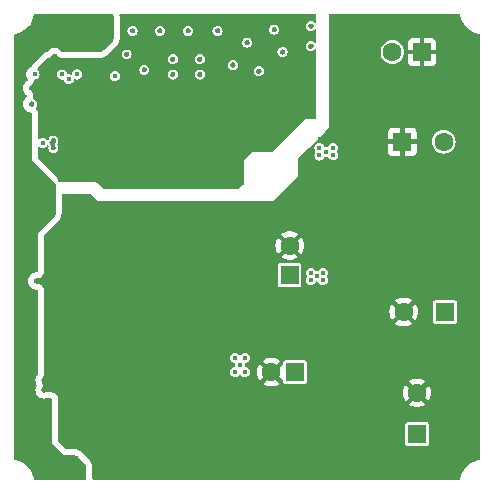
<source format=gbr>
%TF.GenerationSoftware,KiCad,Pcbnew,8.0.3*%
%TF.CreationDate,2024-07-12T17:44:37+02:00*%
%TF.ProjectId,CleanLVSupply,436c6561-6e4c-4565-9375-70706c792e6b,rev?*%
%TF.SameCoordinates,Original*%
%TF.FileFunction,Copper,L2,Inr*%
%TF.FilePolarity,Positive*%
%FSLAX46Y46*%
G04 Gerber Fmt 4.6, Leading zero omitted, Abs format (unit mm)*
G04 Created by KiCad (PCBNEW 8.0.3) date 2024-07-12 17:44:37*
%MOMM*%
%LPD*%
G01*
G04 APERTURE LIST*
%TA.AperFunction,Conductor*%
%ADD10C,0.000000*%
%TD*%
%TA.AperFunction,ComponentPad*%
%ADD11R,1.600000X1.600000*%
%TD*%
%TA.AperFunction,ComponentPad*%
%ADD12C,1.600000*%
%TD*%
%TA.AperFunction,ViaPad*%
%ADD13C,0.450000*%
%TD*%
G04 APERTURE END LIST*
D10*
%TA.AperFunction,Conductor*%
%TO.N,+12V*%
G36*
X133800000Y-94700000D02*
G01*
X133800000Y-95600000D01*
X130300000Y-95600000D01*
X130300000Y-94400000D01*
X133500000Y-94400000D01*
X133800000Y-94700000D01*
G37*
%TD.AperFunction*%
%TD*%
D11*
%TO.N,GND*%
%TO.C,C18*%
X163147349Y-91100000D03*
D12*
%TO.N,-15V*%
X166647349Y-91100000D03*
%TD*%
D11*
%TO.N,+5V*%
%TO.C,C40*%
X164400000Y-115852651D03*
D12*
%TO.N,GND*%
X164400000Y-112352651D03*
%TD*%
D11*
%TO.N,Net-(C41-Pad1)*%
%TO.C,C41*%
X154055113Y-110600000D03*
D12*
%TO.N,GND*%
X152055113Y-110600000D03*
%TD*%
D11*
%TO.N,GND*%
%TO.C,C14*%
X164800000Y-83500000D03*
D12*
%TO.N,Net-(C14-Pad2)*%
X162300000Y-83500000D03*
%TD*%
D11*
%TO.N,Net-(C29-Pad1)*%
%TO.C,C29*%
X153600000Y-102382380D03*
D12*
%TO.N,GND*%
X153600000Y-99882380D03*
%TD*%
D11*
%TO.N,+15V*%
%TO.C,C28*%
X166752651Y-105500000D03*
D12*
%TO.N,GND*%
X163252651Y-105500000D03*
%TD*%
D13*
%TO.N,/-15V Supply/-17V_SW*%
X151000000Y-86700000D03*
X153720000Y-88080000D03*
X151470000Y-87940000D03*
X137600000Y-88400000D03*
X153760000Y-86100000D03*
X136500000Y-87300000D03*
X135680000Y-94100000D03*
X134200000Y-89500000D03*
X155400000Y-87600000D03*
X131770000Y-86560000D03*
X132700000Y-89600000D03*
X155400000Y-88600000D03*
X136500000Y-88400000D03*
X135300000Y-87300000D03*
X136500000Y-89500000D03*
X134250000Y-87380000D03*
X153740000Y-89230000D03*
X135300000Y-89500000D03*
X133710000Y-83860000D03*
X138800000Y-87100000D03*
X155400000Y-86600000D03*
X137600000Y-89500000D03*
X135300000Y-88400000D03*
X153710000Y-87120000D03*
X134200000Y-88400000D03*
X149600000Y-87080000D03*
X134600000Y-91200000D03*
X137600000Y-87300000D03*
%TO.N,Net-(U1-VCC)*%
X138800000Y-85525000D03*
%TO.N,Net-(U1-RAMP)*%
X132000000Y-85400000D03*
%TO.N,Net-(U1-SS)*%
X132700000Y-91175000D03*
%TO.N,Net-(U1-COMP)*%
X135600000Y-85400000D03*
%TO.N,Net-(U1-FB)*%
X134900000Y-85800000D03*
%TO.N,Net-(U2-EN)*%
X157300000Y-91600000D03*
X156120000Y-92259003D03*
X156120000Y-91630000D03*
X156700000Y-91925000D03*
X157280000Y-92230000D03*
%TO.N,Net-(U1-RT)*%
X134300000Y-85400000D03*
%TO.N,Net-(U4-EN)*%
X155900000Y-102500000D03*
X156400000Y-102200000D03*
X155400000Y-102800000D03*
X155400000Y-102200000D03*
X156400000Y-102800000D03*
%TO.N,Net-(U6-EN)*%
X149800000Y-110600000D03*
X149000000Y-110600000D03*
X149000000Y-109400000D03*
X149800000Y-109400000D03*
X149400000Y-110000000D03*
%TO.N,GND*%
X132800000Y-111300000D03*
X140300000Y-114700000D03*
X146000000Y-85400000D03*
X132800000Y-112120000D03*
X160000000Y-105300000D03*
X133600000Y-91000000D03*
X163200000Y-88900000D03*
X147500000Y-81700000D03*
X143700000Y-85400000D03*
X152300000Y-81600000D03*
X134400000Y-115900000D03*
X147300000Y-110060000D03*
X139700000Y-110500000D03*
X135770000Y-108040000D03*
X156020000Y-115400000D03*
X160400000Y-114500000D03*
X137600000Y-100700000D03*
X146670000Y-99550000D03*
X143480000Y-116880000D03*
X156130000Y-90830000D03*
X158800000Y-107700000D03*
X137920000Y-114030000D03*
X159600000Y-90000000D03*
X160800000Y-90000000D03*
X156000000Y-114700000D03*
X155090000Y-94140000D03*
X157600000Y-105300000D03*
X144690000Y-97570000D03*
X155540000Y-115050000D03*
X160000000Y-106500000D03*
X160800000Y-89400000D03*
X159600000Y-89400000D03*
X156700000Y-95000000D03*
X132160000Y-102880000D03*
X140300000Y-81700000D03*
X153210000Y-96200000D03*
X155100000Y-104790000D03*
X155400000Y-81300000D03*
X155080000Y-114690000D03*
X151000000Y-85125000D03*
X141300000Y-85000000D03*
X139800000Y-83700000D03*
X139300000Y-116500000D03*
X148800000Y-84600000D03*
X135400000Y-96800000D03*
X135580000Y-104390000D03*
X131760000Y-87900000D03*
X153000000Y-83500000D03*
X139700000Y-112600000D03*
X150000000Y-82700000D03*
X146000000Y-84100000D03*
X157300000Y-84450000D03*
X133580000Y-112110000D03*
X145140000Y-102320000D03*
X155400000Y-83000000D03*
X138900000Y-113900000D03*
X160200000Y-89700000D03*
X142600000Y-81700000D03*
X137250000Y-110600000D03*
X146750000Y-112850000D03*
X139700000Y-113300000D03*
X160000000Y-107700000D03*
X137400000Y-113300000D03*
X138200000Y-102300000D03*
X143700000Y-84100000D03*
X158800000Y-105300000D03*
X146170000Y-105070000D03*
X157600000Y-106500000D03*
X135400000Y-96000000D03*
X145400000Y-116000000D03*
X141410000Y-98310000D03*
X134700000Y-98400000D03*
X158820000Y-80980000D03*
X133600000Y-91600000D03*
X137600000Y-99900000D03*
X157600000Y-107700000D03*
X133570000Y-111300000D03*
X146910000Y-117030000D03*
X145000000Y-81700000D03*
X160800000Y-112700000D03*
X150630000Y-112560000D03*
X136800000Y-117500000D03*
X158800000Y-106500000D03*
X139700000Y-111300000D03*
X146050000Y-107600000D03*
X155080000Y-115410000D03*
X135300000Y-115900000D03*
X135700000Y-101000000D03*
%TO.N,+12V*%
X134300000Y-118600000D03*
X137100000Y-81200000D03*
X137500000Y-82800000D03*
X134800000Y-119200000D03*
X137100000Y-82200000D03*
X132800000Y-96300000D03*
X132200000Y-96700000D03*
X137600000Y-81700000D03*
X131780000Y-113200000D03*
X132800000Y-97200000D03*
X132324898Y-113446592D03*
X135300000Y-118600000D03*
X132830000Y-113130000D03*
X132830000Y-113790000D03*
X132200000Y-95800000D03*
X132300000Y-114100000D03*
X135800000Y-119200000D03*
X131803942Y-113786743D03*
%TD*%
%TA.AperFunction,Conductor*%
%TO.N,/-15V Supply/-17V_SW*%
G36*
X155848653Y-80322174D02*
G01*
X155870326Y-80374481D01*
X155870388Y-80635360D01*
X155870472Y-80990055D01*
X155848810Y-81042386D01*
X155796489Y-81064072D01*
X155744158Y-81042410D01*
X155653219Y-80951471D01*
X155533126Y-80890281D01*
X155533126Y-80890280D01*
X155400000Y-80869196D01*
X155266873Y-80890280D01*
X155266873Y-80890281D01*
X155146780Y-80951471D01*
X155051471Y-81046780D01*
X154990281Y-81166873D01*
X154990280Y-81166873D01*
X154969196Y-81300000D01*
X154990280Y-81433126D01*
X155051471Y-81553219D01*
X155051472Y-81553220D01*
X155146780Y-81648528D01*
X155266873Y-81709718D01*
X155266873Y-81709719D01*
X155285075Y-81712601D01*
X155400000Y-81730804D01*
X155533126Y-81709719D01*
X155653220Y-81648528D01*
X155744294Y-81557453D01*
X155796619Y-81535780D01*
X155848945Y-81557454D01*
X155870619Y-81609762D01*
X155870875Y-82690457D01*
X155849213Y-82742789D01*
X155796893Y-82764475D01*
X155744561Y-82742813D01*
X155653219Y-82651471D01*
X155533126Y-82590281D01*
X155533126Y-82590280D01*
X155400000Y-82569196D01*
X155266873Y-82590280D01*
X155266873Y-82590281D01*
X155146780Y-82651471D01*
X155051471Y-82746780D01*
X154990281Y-82866873D01*
X154990280Y-82866873D01*
X154969196Y-83000000D01*
X154990280Y-83133126D01*
X155051471Y-83253219D01*
X155051472Y-83253220D01*
X155146780Y-83348528D01*
X155266873Y-83409718D01*
X155266873Y-83409719D01*
X155285075Y-83412601D01*
X155400000Y-83430804D01*
X155533126Y-83409719D01*
X155653220Y-83348528D01*
X155744697Y-83257050D01*
X155797022Y-83235377D01*
X155849348Y-83257051D01*
X155871022Y-83309359D01*
X155872402Y-89125982D01*
X155850740Y-89178313D01*
X155798420Y-89200000D01*
X154900000Y-89200000D01*
X152121674Y-91978326D01*
X152069348Y-92000000D01*
X150400000Y-92000000D01*
X149700000Y-92700000D01*
X149700000Y-94667648D01*
X149678326Y-94719974D01*
X149676252Y-94721969D01*
X149321265Y-95050364D01*
X149271028Y-95070043D01*
X137851651Y-95072428D01*
X137799457Y-95050900D01*
X137345773Y-94599748D01*
X137296537Y-94562078D01*
X137230986Y-94524233D01*
X137230978Y-94524229D01*
X137230976Y-94524228D01*
X137230969Y-94524225D01*
X137173094Y-94500252D01*
X137099976Y-94480660D01*
X137099977Y-94480660D01*
X137053552Y-94472995D01*
X137042229Y-94472253D01*
X137015697Y-94470514D01*
X136999926Y-94470000D01*
X136999919Y-94470000D01*
X134041212Y-94470912D01*
X133988879Y-94449254D01*
X133967189Y-94396935D01*
X133967236Y-94394270D01*
X133969065Y-94343079D01*
X133951211Y-94273126D01*
X133933484Y-94203669D01*
X133933483Y-94203668D01*
X133911812Y-94151350D01*
X133911809Y-94151342D01*
X133888454Y-94102527D01*
X133802229Y-93987345D01*
X132327174Y-92512290D01*
X132305500Y-92459964D01*
X132305500Y-91560900D01*
X132327174Y-91508574D01*
X132379500Y-91486900D01*
X132431826Y-91508574D01*
X132446780Y-91523528D01*
X132566873Y-91584718D01*
X132566873Y-91584719D01*
X132585075Y-91587601D01*
X132700000Y-91605804D01*
X132833126Y-91584719D01*
X132953220Y-91523528D01*
X133048528Y-91428220D01*
X133050990Y-91423386D01*
X133094052Y-91386603D01*
X133150515Y-91391042D01*
X133187301Y-91434106D01*
X133190014Y-91468555D01*
X133169196Y-91599999D01*
X133190280Y-91733126D01*
X133251471Y-91853219D01*
X133251472Y-91853220D01*
X133346780Y-91948528D01*
X133466873Y-92009718D01*
X133466873Y-92009719D01*
X133485075Y-92012601D01*
X133600000Y-92030804D01*
X133733126Y-92009719D01*
X133853220Y-91948528D01*
X133948528Y-91853220D01*
X134009719Y-91733126D01*
X134030804Y-91600000D01*
X134009719Y-91466874D01*
X134009719Y-91466873D01*
X133979685Y-91407929D01*
X133948528Y-91346780D01*
X133948523Y-91346775D01*
X133946140Y-91343494D01*
X133932920Y-91288421D01*
X133946140Y-91256506D01*
X133948521Y-91253226D01*
X133948528Y-91253220D01*
X134009719Y-91133126D01*
X134030804Y-91000000D01*
X134009719Y-90866874D01*
X134009719Y-90866873D01*
X133948528Y-90746780D01*
X133853219Y-90651471D01*
X133733126Y-90590281D01*
X133733126Y-90590280D01*
X133600000Y-90569196D01*
X133466873Y-90590280D01*
X133466873Y-90590281D01*
X133346780Y-90651471D01*
X133251471Y-90746780D01*
X133190281Y-90866873D01*
X133190280Y-90866874D01*
X133185660Y-90896049D01*
X133156067Y-90944340D01*
X133100995Y-90957562D01*
X133052704Y-90927969D01*
X133050974Y-90925148D01*
X133048527Y-90921779D01*
X132953219Y-90826471D01*
X132833126Y-90765281D01*
X132833126Y-90765280D01*
X132700000Y-90744196D01*
X132566873Y-90765280D01*
X132566873Y-90765281D01*
X132446780Y-90826471D01*
X132446779Y-90826472D01*
X132431826Y-90841426D01*
X132379500Y-90863100D01*
X132327174Y-90841426D01*
X132305500Y-90789100D01*
X132305500Y-88700728D01*
X132304843Y-88674964D01*
X132277134Y-88533777D01*
X132277134Y-88533775D01*
X132260990Y-88487637D01*
X132228755Y-88414600D01*
X132143120Y-88298979D01*
X132108201Y-88272559D01*
X132079551Y-88223704D01*
X132093839Y-88168899D01*
X132100521Y-88161226D01*
X132108528Y-88153220D01*
X132169719Y-88033126D01*
X132190804Y-87900000D01*
X132169719Y-87766874D01*
X132169719Y-87766873D01*
X132108528Y-87646780D01*
X132013221Y-87551473D01*
X132013220Y-87551472D01*
X131907713Y-87497713D01*
X131870932Y-87454647D01*
X131870863Y-87409127D01*
X131889584Y-87350906D01*
X131889585Y-87350902D01*
X131899072Y-87295065D01*
X131905681Y-87187191D01*
X131878691Y-87045865D01*
X131812977Y-86917868D01*
X131780202Y-86871677D01*
X131746574Y-86829288D01*
X131746573Y-86829287D01*
X131746570Y-86829283D01*
X131636888Y-86736187D01*
X131636881Y-86736181D01*
X131636872Y-86736175D01*
X131634749Y-86734619D01*
X131634979Y-86734304D01*
X131626067Y-86727195D01*
X131602802Y-86703930D01*
X131592470Y-86690974D01*
X131574965Y-86663115D01*
X131567776Y-86648186D01*
X131556911Y-86617137D01*
X131553226Y-86600990D01*
X131549541Y-86568280D01*
X131549541Y-86551715D01*
X131553226Y-86519005D01*
X131556911Y-86502862D01*
X131567778Y-86471805D01*
X131574962Y-86456887D01*
X131592472Y-86429020D01*
X131602796Y-86416074D01*
X131626075Y-86392795D01*
X131639026Y-86382468D01*
X131663455Y-86367120D01*
X131707669Y-86335918D01*
X131806780Y-86231618D01*
X131839554Y-86185427D01*
X131892314Y-86091103D01*
X131929314Y-85952061D01*
X131928156Y-85906692D01*
X131948488Y-85853830D01*
X131994511Y-85833375D01*
X131994248Y-85831715D01*
X132133126Y-85809719D01*
X132253220Y-85748528D01*
X132348528Y-85653220D01*
X132409719Y-85533126D01*
X132430804Y-85400000D01*
X133869196Y-85400000D01*
X133890280Y-85533126D01*
X133951471Y-85653219D01*
X133951472Y-85653220D01*
X134046780Y-85748528D01*
X134166873Y-85809718D01*
X134166873Y-85809719D01*
X134187958Y-85813058D01*
X134300000Y-85830804D01*
X134396725Y-85815484D01*
X134451797Y-85828706D01*
X134481390Y-85876996D01*
X134490281Y-85933126D01*
X134501835Y-85955803D01*
X134551472Y-86053220D01*
X134646780Y-86148528D01*
X134766873Y-86209718D01*
X134766873Y-86209719D01*
X134785075Y-86212601D01*
X134900000Y-86230804D01*
X135033126Y-86209719D01*
X135153220Y-86148528D01*
X135248528Y-86053220D01*
X135309719Y-85933126D01*
X135323607Y-85845435D01*
X135353200Y-85797146D01*
X135408272Y-85783924D01*
X135430290Y-85791078D01*
X135466873Y-85809718D01*
X135466873Y-85809719D01*
X135485075Y-85812601D01*
X135600000Y-85830804D01*
X135733126Y-85809719D01*
X135853220Y-85748528D01*
X135948528Y-85653220D01*
X136009719Y-85533126D01*
X136011006Y-85525000D01*
X138369196Y-85525000D01*
X138390280Y-85658126D01*
X138436343Y-85748528D01*
X138451472Y-85778220D01*
X138546780Y-85873528D01*
X138666873Y-85934718D01*
X138666873Y-85934719D01*
X138685075Y-85937601D01*
X138800000Y-85955804D01*
X138933126Y-85934719D01*
X139053220Y-85873528D01*
X139148528Y-85778220D01*
X139209719Y-85658126D01*
X139230804Y-85525000D01*
X139209719Y-85391874D01*
X139209719Y-85391873D01*
X139148528Y-85271780D01*
X139053219Y-85176471D01*
X138933126Y-85115281D01*
X138933126Y-85115280D01*
X138800000Y-85094196D01*
X138666873Y-85115280D01*
X138666873Y-85115281D01*
X138546780Y-85176471D01*
X138451471Y-85271780D01*
X138390281Y-85391873D01*
X138390280Y-85391873D01*
X138369196Y-85525000D01*
X136011006Y-85525000D01*
X136030804Y-85400000D01*
X136009719Y-85266874D01*
X136009719Y-85266873D01*
X135948528Y-85146780D01*
X135853219Y-85051471D01*
X135752201Y-85000000D01*
X140869196Y-85000000D01*
X140890280Y-85133126D01*
X140951471Y-85253219D01*
X140951472Y-85253220D01*
X141046780Y-85348528D01*
X141166873Y-85409718D01*
X141166873Y-85409719D01*
X141185075Y-85412601D01*
X141300000Y-85430804D01*
X141433126Y-85409719D01*
X141452201Y-85400000D01*
X143269196Y-85400000D01*
X143290280Y-85533126D01*
X143351471Y-85653219D01*
X143351472Y-85653220D01*
X143446780Y-85748528D01*
X143566873Y-85809718D01*
X143566873Y-85809719D01*
X143585075Y-85812601D01*
X143700000Y-85830804D01*
X143833126Y-85809719D01*
X143953220Y-85748528D01*
X144048528Y-85653220D01*
X144109719Y-85533126D01*
X144130804Y-85400000D01*
X145569196Y-85400000D01*
X145590280Y-85533126D01*
X145651471Y-85653219D01*
X145651472Y-85653220D01*
X145746780Y-85748528D01*
X145866873Y-85809718D01*
X145866873Y-85809719D01*
X145885075Y-85812601D01*
X146000000Y-85830804D01*
X146133126Y-85809719D01*
X146253220Y-85748528D01*
X146348528Y-85653220D01*
X146409719Y-85533126D01*
X146430804Y-85400000D01*
X146409719Y-85266874D01*
X146409719Y-85266873D01*
X146348528Y-85146780D01*
X146326748Y-85125000D01*
X150569196Y-85125000D01*
X150590280Y-85258126D01*
X150651471Y-85378219D01*
X150651472Y-85378220D01*
X150746780Y-85473528D01*
X150866873Y-85534718D01*
X150866873Y-85534719D01*
X150885075Y-85537601D01*
X151000000Y-85555804D01*
X151133126Y-85534719D01*
X151253220Y-85473528D01*
X151348528Y-85378220D01*
X151409719Y-85258126D01*
X151430804Y-85125000D01*
X151409719Y-84991874D01*
X151409719Y-84991873D01*
X151348528Y-84871780D01*
X151253219Y-84776471D01*
X151133126Y-84715281D01*
X151133126Y-84715280D01*
X151000000Y-84694196D01*
X150866873Y-84715280D01*
X150866873Y-84715281D01*
X150746780Y-84776471D01*
X150651471Y-84871780D01*
X150590281Y-84991873D01*
X150590280Y-84991873D01*
X150569196Y-85125000D01*
X146326748Y-85125000D01*
X146253219Y-85051471D01*
X146133126Y-84990281D01*
X146133126Y-84990280D01*
X146000000Y-84969196D01*
X145866873Y-84990280D01*
X145866873Y-84990281D01*
X145746780Y-85051471D01*
X145651471Y-85146780D01*
X145590281Y-85266873D01*
X145590280Y-85266873D01*
X145569196Y-85400000D01*
X144130804Y-85400000D01*
X144109719Y-85266874D01*
X144109719Y-85266873D01*
X144048528Y-85146780D01*
X143953219Y-85051471D01*
X143833126Y-84990281D01*
X143833126Y-84990280D01*
X143700000Y-84969196D01*
X143566873Y-84990280D01*
X143566873Y-84990281D01*
X143446780Y-85051471D01*
X143351471Y-85146780D01*
X143290281Y-85266873D01*
X143290280Y-85266873D01*
X143269196Y-85400000D01*
X141452201Y-85400000D01*
X141553220Y-85348528D01*
X141648528Y-85253220D01*
X141709719Y-85133126D01*
X141730804Y-85000000D01*
X141709719Y-84866874D01*
X141709719Y-84866873D01*
X141648528Y-84746780D01*
X141553219Y-84651471D01*
X141452201Y-84600000D01*
X148369196Y-84600000D01*
X148390280Y-84733126D01*
X148439442Y-84829610D01*
X148451472Y-84853220D01*
X148546780Y-84948528D01*
X148666873Y-85009718D01*
X148666873Y-85009719D01*
X148685075Y-85012601D01*
X148800000Y-85030804D01*
X148933126Y-85009719D01*
X149053220Y-84948528D01*
X149148528Y-84853220D01*
X149209719Y-84733126D01*
X149230804Y-84600000D01*
X149209719Y-84466874D01*
X149209719Y-84466873D01*
X149148528Y-84346780D01*
X149053219Y-84251471D01*
X148933126Y-84190281D01*
X148933126Y-84190280D01*
X148800000Y-84169196D01*
X148666873Y-84190280D01*
X148666873Y-84190281D01*
X148546780Y-84251471D01*
X148451471Y-84346780D01*
X148390281Y-84466873D01*
X148390280Y-84466873D01*
X148369196Y-84600000D01*
X141452201Y-84600000D01*
X141433126Y-84590281D01*
X141433126Y-84590280D01*
X141300000Y-84569196D01*
X141166873Y-84590280D01*
X141166873Y-84590281D01*
X141046780Y-84651471D01*
X140951471Y-84746780D01*
X140890281Y-84866873D01*
X140890280Y-84866873D01*
X140869196Y-85000000D01*
X135752201Y-85000000D01*
X135733126Y-84990281D01*
X135733126Y-84990280D01*
X135600000Y-84969196D01*
X135466873Y-84990280D01*
X135466873Y-84990281D01*
X135346780Y-85051471D01*
X135251471Y-85146780D01*
X135190281Y-85266873D01*
X135176392Y-85354563D01*
X135146799Y-85402854D01*
X135091726Y-85416075D01*
X135069710Y-85408921D01*
X135033126Y-85390281D01*
X135033124Y-85390280D01*
X135033123Y-85390280D01*
X134900000Y-85369196D01*
X134899999Y-85369196D01*
X134803272Y-85384515D01*
X134748200Y-85371293D01*
X134718608Y-85323002D01*
X134709719Y-85266874D01*
X134648528Y-85146780D01*
X134553220Y-85051472D01*
X134553219Y-85051471D01*
X134433126Y-84990281D01*
X134433126Y-84990280D01*
X134300000Y-84969196D01*
X134166873Y-84990280D01*
X134166873Y-84990281D01*
X134046780Y-85051471D01*
X133951471Y-85146780D01*
X133890281Y-85266873D01*
X133890280Y-85266873D01*
X133869196Y-85400000D01*
X132430804Y-85400000D01*
X132409719Y-85266874D01*
X132409719Y-85266873D01*
X132348528Y-85146780D01*
X132253222Y-85051474D01*
X132253220Y-85051472D01*
X132253217Y-85051470D01*
X132250571Y-85049548D01*
X132249423Y-85047675D01*
X132249102Y-85047354D01*
X132249179Y-85047276D01*
X132220978Y-85001257D01*
X132226753Y-84958941D01*
X132280730Y-84840748D01*
X132295714Y-84819169D01*
X132303891Y-84810993D01*
X132303890Y-84810992D01*
X132325562Y-84789322D01*
X132325565Y-84789317D01*
X132666354Y-84448528D01*
X133089318Y-84025563D01*
X133089328Y-84025559D01*
X133100254Y-84014631D01*
X133138706Y-83994264D01*
X133223977Y-83977983D01*
X133223978Y-83977982D01*
X133223980Y-83977982D01*
X133285772Y-83946261D01*
X133351977Y-83912275D01*
X133387883Y-83886800D01*
X133430285Y-83853163D01*
X133430288Y-83853160D01*
X133523391Y-83743475D01*
X133527738Y-83736556D01*
X133532472Y-83729021D01*
X133542799Y-83716071D01*
X133566074Y-83692796D01*
X133579020Y-83682472D01*
X133606887Y-83664962D01*
X133621805Y-83657778D01*
X133652862Y-83646911D01*
X133669005Y-83643226D01*
X133701718Y-83639541D01*
X133718280Y-83639541D01*
X133750990Y-83643226D01*
X133767137Y-83646911D01*
X133798189Y-83657777D01*
X133813113Y-83664964D01*
X133840970Y-83682468D01*
X133840974Y-83682470D01*
X133853930Y-83692802D01*
X133877194Y-83716066D01*
X133887524Y-83729019D01*
X133890851Y-83734314D01*
X133923646Y-83780535D01*
X133923665Y-83780560D01*
X133931358Y-83790206D01*
X133933984Y-83793499D01*
X133933989Y-83793504D01*
X134012014Y-83871929D01*
X134111243Y-83930804D01*
X134135756Y-83945348D01*
X134188082Y-83967022D01*
X134239111Y-83985024D01*
X134381527Y-84005500D01*
X134381533Y-84005500D01*
X137488055Y-84005500D01*
X137513320Y-84004672D01*
X137521099Y-84004418D01*
X137530758Y-84003785D01*
X137563684Y-84000542D01*
X137678627Y-83985409D01*
X137743485Y-83972507D01*
X137762144Y-83967507D01*
X137824749Y-83946255D01*
X137927339Y-83903761D01*
X137986630Y-83874523D01*
X138003361Y-83864864D01*
X138058355Y-83828120D01*
X138150328Y-83757546D01*
X138175903Y-83736556D01*
X138183180Y-83730174D01*
X138207316Y-83707567D01*
X138214883Y-83700000D01*
X139369196Y-83700000D01*
X139390280Y-83833126D01*
X139447923Y-83946255D01*
X139451472Y-83953220D01*
X139546780Y-84048528D01*
X139666873Y-84109718D01*
X139666873Y-84109719D01*
X139685075Y-84112601D01*
X139800000Y-84130804D01*
X139933126Y-84109719D01*
X139952201Y-84100000D01*
X143269196Y-84100000D01*
X143290280Y-84233126D01*
X143351471Y-84353219D01*
X143351472Y-84353220D01*
X143446780Y-84448528D01*
X143566873Y-84509718D01*
X143566873Y-84509719D01*
X143585075Y-84512601D01*
X143700000Y-84530804D01*
X143833126Y-84509719D01*
X143953220Y-84448528D01*
X144048528Y-84353220D01*
X144109719Y-84233126D01*
X144130804Y-84100000D01*
X145569196Y-84100000D01*
X145590280Y-84233126D01*
X145651471Y-84353219D01*
X145651472Y-84353220D01*
X145746780Y-84448528D01*
X145866873Y-84509718D01*
X145866873Y-84509719D01*
X145885075Y-84512601D01*
X146000000Y-84530804D01*
X146133126Y-84509719D01*
X146253220Y-84448528D01*
X146348528Y-84353220D01*
X146409719Y-84233126D01*
X146430804Y-84100000D01*
X146412594Y-83985023D01*
X146409719Y-83966873D01*
X146348528Y-83846780D01*
X146253219Y-83751471D01*
X146133126Y-83690281D01*
X146133126Y-83690280D01*
X146000000Y-83669196D01*
X145866873Y-83690280D01*
X145866873Y-83690281D01*
X145746780Y-83751471D01*
X145651471Y-83846780D01*
X145590281Y-83966873D01*
X145590280Y-83966873D01*
X145569196Y-84100000D01*
X144130804Y-84100000D01*
X144112594Y-83985023D01*
X144109719Y-83966873D01*
X144048528Y-83846780D01*
X143953219Y-83751471D01*
X143833126Y-83690281D01*
X143833126Y-83690280D01*
X143700000Y-83669196D01*
X143566873Y-83690280D01*
X143566873Y-83690281D01*
X143446780Y-83751471D01*
X143351471Y-83846780D01*
X143290281Y-83966873D01*
X143290280Y-83966873D01*
X143269196Y-84100000D01*
X139952201Y-84100000D01*
X140053220Y-84048528D01*
X140148528Y-83953220D01*
X140209719Y-83833126D01*
X140230804Y-83700000D01*
X140209719Y-83566874D01*
X140209719Y-83566873D01*
X140175645Y-83500000D01*
X152569196Y-83500000D01*
X152590280Y-83633126D01*
X152650581Y-83751472D01*
X152651472Y-83753220D01*
X152746780Y-83848528D01*
X152866873Y-83909718D01*
X152866873Y-83909719D01*
X152882993Y-83912272D01*
X153000000Y-83930804D01*
X153133126Y-83909719D01*
X153253220Y-83848528D01*
X153348528Y-83753220D01*
X153409719Y-83633126D01*
X153430804Y-83500000D01*
X153409719Y-83366874D01*
X153409719Y-83366873D01*
X153348528Y-83246780D01*
X153253219Y-83151471D01*
X153133126Y-83090281D01*
X153133126Y-83090280D01*
X153000000Y-83069196D01*
X152866873Y-83090280D01*
X152866873Y-83090281D01*
X152746780Y-83151471D01*
X152651471Y-83246780D01*
X152590281Y-83366873D01*
X152590280Y-83366873D01*
X152569196Y-83500000D01*
X140175645Y-83500000D01*
X140148528Y-83446780D01*
X140053219Y-83351471D01*
X139933126Y-83290281D01*
X139933126Y-83290280D01*
X139800000Y-83269196D01*
X139666873Y-83290280D01*
X139666873Y-83290281D01*
X139546780Y-83351471D01*
X139451471Y-83446780D01*
X139390281Y-83566873D01*
X139390280Y-83566873D01*
X139369196Y-83700000D01*
X138214883Y-83700000D01*
X138907567Y-83007316D01*
X138930174Y-82983180D01*
X138936556Y-82975903D01*
X138957546Y-82950328D01*
X139028120Y-82858355D01*
X139064864Y-82803361D01*
X139074523Y-82786630D01*
X139103761Y-82727339D01*
X139115085Y-82700000D01*
X149569196Y-82700000D01*
X149590280Y-82833126D01*
X149651471Y-82953219D01*
X149651472Y-82953220D01*
X149746780Y-83048528D01*
X149866873Y-83109718D01*
X149866873Y-83109719D01*
X149885075Y-83112601D01*
X150000000Y-83130804D01*
X150133126Y-83109719D01*
X150253220Y-83048528D01*
X150348528Y-82953220D01*
X150409719Y-82833126D01*
X150430804Y-82700000D01*
X150409719Y-82566874D01*
X150409719Y-82566873D01*
X150348528Y-82446780D01*
X150253219Y-82351471D01*
X150133126Y-82290281D01*
X150133126Y-82290280D01*
X150000000Y-82269196D01*
X149866873Y-82290280D01*
X149866873Y-82290281D01*
X149746780Y-82351471D01*
X149651471Y-82446780D01*
X149590281Y-82566873D01*
X149590280Y-82566873D01*
X149569196Y-82700000D01*
X139115085Y-82700000D01*
X139146255Y-82624749D01*
X139167507Y-82562144D01*
X139172507Y-82543485D01*
X139185409Y-82478627D01*
X139200542Y-82363684D01*
X139203785Y-82330758D01*
X139204418Y-82321099D01*
X139205500Y-82288042D01*
X139205500Y-81700000D01*
X139869196Y-81700000D01*
X139890280Y-81833126D01*
X139949081Y-81948528D01*
X139951472Y-81953220D01*
X140046780Y-82048528D01*
X140166873Y-82109718D01*
X140166873Y-82109719D01*
X140185075Y-82112601D01*
X140300000Y-82130804D01*
X140433126Y-82109719D01*
X140553220Y-82048528D01*
X140648528Y-81953220D01*
X140709719Y-81833126D01*
X140730804Y-81700000D01*
X142169196Y-81700000D01*
X142190280Y-81833126D01*
X142249081Y-81948528D01*
X142251472Y-81953220D01*
X142346780Y-82048528D01*
X142466873Y-82109718D01*
X142466873Y-82109719D01*
X142485075Y-82112601D01*
X142600000Y-82130804D01*
X142733126Y-82109719D01*
X142853220Y-82048528D01*
X142948528Y-81953220D01*
X143009719Y-81833126D01*
X143030804Y-81700000D01*
X144569196Y-81700000D01*
X144590280Y-81833126D01*
X144649081Y-81948528D01*
X144651472Y-81953220D01*
X144746780Y-82048528D01*
X144866873Y-82109718D01*
X144866873Y-82109719D01*
X144885075Y-82112601D01*
X145000000Y-82130804D01*
X145133126Y-82109719D01*
X145253220Y-82048528D01*
X145348528Y-81953220D01*
X145409719Y-81833126D01*
X145430804Y-81700000D01*
X147069196Y-81700000D01*
X147090280Y-81833126D01*
X147149081Y-81948528D01*
X147151472Y-81953220D01*
X147246780Y-82048528D01*
X147366873Y-82109718D01*
X147366873Y-82109719D01*
X147385075Y-82112601D01*
X147500000Y-82130804D01*
X147633126Y-82109719D01*
X147753220Y-82048528D01*
X147848528Y-81953220D01*
X147909719Y-81833126D01*
X147930804Y-81700000D01*
X147914966Y-81600000D01*
X151869196Y-81600000D01*
X151890280Y-81733126D01*
X151951471Y-81853219D01*
X151951472Y-81853220D01*
X152046780Y-81948528D01*
X152166873Y-82009718D01*
X152166873Y-82009719D01*
X152185075Y-82012601D01*
X152300000Y-82030804D01*
X152433126Y-82009719D01*
X152553220Y-81948528D01*
X152648528Y-81853220D01*
X152709719Y-81733126D01*
X152730804Y-81600000D01*
X152712569Y-81484866D01*
X152709719Y-81466873D01*
X152648528Y-81346780D01*
X152553219Y-81251471D01*
X152433126Y-81190281D01*
X152433126Y-81190280D01*
X152300000Y-81169196D01*
X152166873Y-81190280D01*
X152166873Y-81190281D01*
X152046780Y-81251471D01*
X151951471Y-81346780D01*
X151890281Y-81466873D01*
X151890280Y-81466873D01*
X151869196Y-81600000D01*
X147914966Y-81600000D01*
X147909719Y-81566874D01*
X147909719Y-81566873D01*
X147848528Y-81446780D01*
X147753219Y-81351471D01*
X147633126Y-81290281D01*
X147633126Y-81290280D01*
X147500000Y-81269196D01*
X147366873Y-81290280D01*
X147366873Y-81290281D01*
X147246780Y-81351471D01*
X147151471Y-81446780D01*
X147090281Y-81566873D01*
X147090280Y-81566873D01*
X147069196Y-81700000D01*
X145430804Y-81700000D01*
X145409719Y-81566874D01*
X145409719Y-81566873D01*
X145348528Y-81446780D01*
X145253219Y-81351471D01*
X145133126Y-81290281D01*
X145133126Y-81290280D01*
X145000000Y-81269196D01*
X144866873Y-81290280D01*
X144866873Y-81290281D01*
X144746780Y-81351471D01*
X144651471Y-81446780D01*
X144590281Y-81566873D01*
X144590280Y-81566873D01*
X144569196Y-81700000D01*
X143030804Y-81700000D01*
X143009719Y-81566874D01*
X143009719Y-81566873D01*
X142948528Y-81446780D01*
X142853219Y-81351471D01*
X142733126Y-81290281D01*
X142733126Y-81290280D01*
X142600000Y-81269196D01*
X142466873Y-81290280D01*
X142466873Y-81290281D01*
X142346780Y-81351471D01*
X142251471Y-81446780D01*
X142190281Y-81566873D01*
X142190280Y-81566873D01*
X142169196Y-81700000D01*
X140730804Y-81700000D01*
X140709719Y-81566874D01*
X140709719Y-81566873D01*
X140648528Y-81446780D01*
X140553219Y-81351471D01*
X140433126Y-81290281D01*
X140433126Y-81290280D01*
X140300000Y-81269196D01*
X140166873Y-81290280D01*
X140166873Y-81290281D01*
X140046780Y-81351471D01*
X139951471Y-81446780D01*
X139890281Y-81566873D01*
X139890280Y-81566873D01*
X139869196Y-81700000D01*
X139205500Y-81700000D01*
X139205500Y-80504850D01*
X139204418Y-80471793D01*
X139203785Y-80462134D01*
X139200542Y-80429209D01*
X139194611Y-80384159D01*
X139209270Y-80329452D01*
X139258319Y-80301133D01*
X139267978Y-80300500D01*
X155796327Y-80300500D01*
X155848653Y-80322174D01*
G37*
%TD.AperFunction*%
%TD*%
%TA.AperFunction,Conductor*%
%TO.N,GND*%
G36*
X168009230Y-80322174D02*
G01*
X168030271Y-80364842D01*
X168033729Y-80391113D01*
X168101601Y-80644415D01*
X168101601Y-80644416D01*
X168201955Y-80886694D01*
X168201956Y-80886696D01*
X168333075Y-81113802D01*
X168344034Y-81128084D01*
X168492718Y-81321851D01*
X168678149Y-81507282D01*
X168886197Y-81666924D01*
X169113303Y-81798043D01*
X169355581Y-81898398D01*
X169608884Y-81966270D01*
X169635158Y-81969729D01*
X169684208Y-81998047D01*
X169699500Y-82043096D01*
X169699500Y-117956903D01*
X169677826Y-118009229D01*
X169635160Y-118030270D01*
X169608890Y-118033729D01*
X169608888Y-118033729D01*
X169608884Y-118033730D01*
X169520019Y-118057541D01*
X169355588Y-118101599D01*
X169355583Y-118101601D01*
X169113305Y-118201955D01*
X169113303Y-118201956D01*
X168886197Y-118333075D01*
X168725329Y-118456515D01*
X168688845Y-118484511D01*
X168678144Y-118492722D01*
X168492722Y-118678144D01*
X168492718Y-118678148D01*
X168492718Y-118678149D01*
X168470306Y-118707355D01*
X168333075Y-118886197D01*
X168201956Y-119113303D01*
X168201955Y-119113305D01*
X168101601Y-119355583D01*
X168101601Y-119355584D01*
X168033729Y-119608886D01*
X168030271Y-119635158D01*
X168001953Y-119684208D01*
X167956904Y-119699500D01*
X136967978Y-119699500D01*
X136915652Y-119677826D01*
X136893978Y-119625500D01*
X136894611Y-119615841D01*
X136900541Y-119570797D01*
X136900863Y-119567531D01*
X136903785Y-119537865D01*
X136904418Y-119528206D01*
X136905500Y-119495149D01*
X136905500Y-118711957D01*
X136904418Y-118678900D01*
X136903785Y-118669241D01*
X136900542Y-118636315D01*
X136885409Y-118521372D01*
X136872507Y-118456514D01*
X136867507Y-118437855D01*
X136846255Y-118375250D01*
X136803761Y-118272660D01*
X136774524Y-118213371D01*
X136764868Y-118196645D01*
X136728124Y-118141651D01*
X136657542Y-118049667D01*
X136636544Y-118024082D01*
X136630167Y-118016811D01*
X136607567Y-117992683D01*
X136007316Y-117392432D01*
X135983185Y-117369829D01*
X135975915Y-117363453D01*
X135950333Y-117342458D01*
X135950332Y-117342457D01*
X135950322Y-117342449D01*
X135904339Y-117307166D01*
X135858346Y-117271874D01*
X135803355Y-117235131D01*
X135803352Y-117235129D01*
X135803341Y-117235122D01*
X135786646Y-117225484D01*
X135786611Y-117225465D01*
X135727346Y-117196241D01*
X135727330Y-117196234D01*
X135624752Y-117153745D01*
X135624733Y-117153738D01*
X135562166Y-117132498D01*
X135562165Y-117132497D01*
X135562157Y-117132495D01*
X135543500Y-117127495D01*
X135478624Y-117114589D01*
X135478620Y-117114588D01*
X135478607Y-117114586D01*
X135363684Y-117099457D01*
X135330742Y-117096213D01*
X135321095Y-117095581D01*
X135288055Y-117094500D01*
X135288042Y-117094500D01*
X134740036Y-117094500D01*
X134687710Y-117072826D01*
X134027174Y-116412290D01*
X134005500Y-116359964D01*
X134005500Y-115032904D01*
X163399500Y-115032904D01*
X163399500Y-116672397D01*
X163411133Y-116730883D01*
X163440608Y-116774994D01*
X163455448Y-116797203D01*
X163499560Y-116826678D01*
X163521767Y-116841517D01*
X163521768Y-116841517D01*
X163521769Y-116841518D01*
X163580252Y-116853151D01*
X163580254Y-116853151D01*
X165219746Y-116853151D01*
X165219748Y-116853151D01*
X165278231Y-116841518D01*
X165344552Y-116797203D01*
X165388867Y-116730882D01*
X165400500Y-116672399D01*
X165400500Y-115032903D01*
X165388867Y-114974420D01*
X165344552Y-114908099D01*
X165322343Y-114893259D01*
X165278232Y-114863784D01*
X165278233Y-114863784D01*
X165248989Y-114857967D01*
X165219748Y-114852151D01*
X163580252Y-114852151D01*
X163551010Y-114857967D01*
X163521767Y-114863784D01*
X163455449Y-114908098D01*
X163455447Y-114908100D01*
X163411133Y-114974418D01*
X163399500Y-115032904D01*
X134005500Y-115032904D01*
X134005500Y-112911945D01*
X134004419Y-112878913D01*
X134003787Y-112869272D01*
X134003786Y-112869250D01*
X134000540Y-112836295D01*
X133998568Y-112821321D01*
X133962582Y-112689507D01*
X133947071Y-112653031D01*
X133926783Y-112610857D01*
X133841148Y-112495236D01*
X133726408Y-112408424D01*
X133726403Y-112408421D01*
X133726400Y-112408419D01*
X133676844Y-112381030D01*
X133676828Y-112381022D01*
X133628118Y-112357412D01*
X133628112Y-112357410D01*
X133609838Y-112352647D01*
X163194859Y-112352647D01*
X163194859Y-112352654D01*
X163215377Y-112574083D01*
X163215379Y-112574096D01*
X163276237Y-112787993D01*
X163276239Y-112787997D01*
X163375368Y-112987077D01*
X163375370Y-112987080D01*
X163421560Y-113048245D01*
X164013629Y-112456176D01*
X164027259Y-112507045D01*
X164079920Y-112598257D01*
X164154394Y-112672731D01*
X164245606Y-112725392D01*
X164296472Y-112739021D01*
X163703000Y-113332492D01*
X163862817Y-113431445D01*
X163862827Y-113431450D01*
X164070194Y-113511785D01*
X164288800Y-113552650D01*
X164288806Y-113552651D01*
X164511194Y-113552651D01*
X164511199Y-113552650D01*
X164729805Y-113511785D01*
X164937172Y-113431450D01*
X164937182Y-113431445D01*
X165096997Y-113332491D01*
X164503527Y-112739021D01*
X164554394Y-112725392D01*
X164645606Y-112672731D01*
X164720080Y-112598257D01*
X164772741Y-112507045D01*
X164786370Y-112456178D01*
X165378438Y-113048246D01*
X165424629Y-112987079D01*
X165424631Y-112987077D01*
X165523760Y-112787997D01*
X165523762Y-112787993D01*
X165584620Y-112574096D01*
X165584622Y-112574083D01*
X165605141Y-112352654D01*
X165605141Y-112352647D01*
X165584622Y-112131218D01*
X165584620Y-112131205D01*
X165523762Y-111917308D01*
X165523760Y-111917304D01*
X165424631Y-111718224D01*
X165424629Y-111718221D01*
X165378437Y-111657054D01*
X164786370Y-112249122D01*
X164772741Y-112198257D01*
X164720080Y-112107045D01*
X164645606Y-112032571D01*
X164554394Y-111979910D01*
X164503525Y-111966280D01*
X165096998Y-111372808D01*
X164937182Y-111273856D01*
X164937172Y-111273851D01*
X164729805Y-111193516D01*
X164511199Y-111152651D01*
X164288800Y-111152651D01*
X164070194Y-111193516D01*
X163862827Y-111273851D01*
X163862817Y-111273856D01*
X163703000Y-111372808D01*
X164296472Y-111966280D01*
X164245606Y-111979910D01*
X164154394Y-112032571D01*
X164079920Y-112107045D01*
X164027259Y-112198257D01*
X164013629Y-112249123D01*
X163421560Y-111657054D01*
X163375368Y-111718225D01*
X163375367Y-111718228D01*
X163276239Y-111917304D01*
X163276237Y-111917308D01*
X163215379Y-112131205D01*
X163215377Y-112131218D01*
X163194859Y-112352647D01*
X133609838Y-112352647D01*
X133602990Y-112350862D01*
X133597215Y-112349103D01*
X133512516Y-112319466D01*
X133473876Y-112305945D01*
X133464355Y-112301844D01*
X133460766Y-112299990D01*
X133430765Y-112284491D01*
X133430764Y-112284490D01*
X133430759Y-112284488D01*
X133430758Y-112284487D01*
X133407869Y-112275007D01*
X133407865Y-112275005D01*
X133287652Y-112243670D01*
X133273577Y-112240001D01*
X133273576Y-112240001D01*
X133273573Y-112240000D01*
X133129748Y-112243670D01*
X133129743Y-112243670D01*
X133073912Y-112253157D01*
X133021118Y-112265066D01*
X132911293Y-112313875D01*
X132905682Y-112316099D01*
X132857138Y-112333086D01*
X132840979Y-112336774D01*
X132808282Y-112340457D01*
X132791716Y-112340457D01*
X132759019Y-112336774D01*
X132742864Y-112333087D01*
X132719013Y-112324741D01*
X132711806Y-112322219D01*
X132696879Y-112315030D01*
X132675893Y-112301844D01*
X132669022Y-112297526D01*
X132656068Y-112287196D01*
X132632802Y-112263930D01*
X132622470Y-112250974D01*
X132604965Y-112223115D01*
X132597776Y-112208186D01*
X132594302Y-112198257D01*
X132586911Y-112177137D01*
X132583226Y-112160990D01*
X132579541Y-112128280D01*
X132579541Y-112111715D01*
X132580067Y-112107045D01*
X132583226Y-112079005D01*
X132586910Y-112062864D01*
X132597788Y-112031776D01*
X132603380Y-112019515D01*
X132604042Y-112018354D01*
X132604064Y-112018320D01*
X132643072Y-111942814D01*
X132652559Y-111919910D01*
X132687563Y-111785624D01*
X132683895Y-111641791D01*
X132674408Y-111585955D01*
X132662500Y-111533164D01*
X132604067Y-111401684D01*
X132604057Y-111401669D01*
X132602824Y-111399353D01*
X132603086Y-111399213D01*
X132597776Y-111388186D01*
X132592395Y-111372808D01*
X132586911Y-111357135D01*
X132583226Y-111340990D01*
X132579541Y-111308280D01*
X132579541Y-111291715D01*
X132581553Y-111273856D01*
X132583226Y-111259005D01*
X132586911Y-111242862D01*
X132597778Y-111211805D01*
X132604962Y-111196887D01*
X132622474Y-111169016D01*
X132632808Y-111156062D01*
X132635768Y-111153103D01*
X132635782Y-111153087D01*
X132635793Y-111153076D01*
X132652194Y-111134816D01*
X132671928Y-111112848D01*
X132745346Y-110989110D01*
X132752127Y-110972741D01*
X132767016Y-110936794D01*
X132767020Y-110936785D01*
X132785024Y-110885752D01*
X132805500Y-110743336D01*
X132805500Y-109400000D01*
X148569196Y-109400000D01*
X148590280Y-109533126D01*
X148651471Y-109653219D01*
X148651472Y-109653220D01*
X148746780Y-109748528D01*
X148866874Y-109809719D01*
X148923002Y-109818608D01*
X148971293Y-109848200D01*
X148984515Y-109903272D01*
X148969196Y-109999998D01*
X148969196Y-110000000D01*
X148984515Y-110096726D01*
X148971293Y-110151799D01*
X148923002Y-110181391D01*
X148866874Y-110190280D01*
X148866873Y-110190281D01*
X148746780Y-110251471D01*
X148651471Y-110346780D01*
X148590281Y-110466873D01*
X148590280Y-110466873D01*
X148569196Y-110600000D01*
X148590280Y-110733126D01*
X148647592Y-110845606D01*
X148651472Y-110853220D01*
X148746780Y-110948528D01*
X148866873Y-111009718D01*
X148866873Y-111009719D01*
X148885075Y-111012601D01*
X149000000Y-111030804D01*
X149133126Y-111009719D01*
X149253220Y-110948528D01*
X149347674Y-110854074D01*
X149400000Y-110832400D01*
X149452326Y-110854074D01*
X149546780Y-110948528D01*
X149666873Y-111009718D01*
X149666873Y-111009719D01*
X149685075Y-111012601D01*
X149800000Y-111030804D01*
X149933126Y-111009719D01*
X150053220Y-110948528D01*
X150148528Y-110853220D01*
X150209719Y-110733126D01*
X150230804Y-110600000D01*
X150230803Y-110599996D01*
X150849972Y-110599996D01*
X150849972Y-110600003D01*
X150870490Y-110821432D01*
X150870492Y-110821445D01*
X150931350Y-111035342D01*
X150931352Y-111035346D01*
X151030481Y-111234426D01*
X151030483Y-111234429D01*
X151076673Y-111295594D01*
X151668742Y-110703525D01*
X151682372Y-110754394D01*
X151735033Y-110845606D01*
X151809507Y-110920080D01*
X151900719Y-110972741D01*
X151951585Y-110986370D01*
X151358113Y-111579841D01*
X151517930Y-111678794D01*
X151517940Y-111678799D01*
X151725307Y-111759134D01*
X151943913Y-111799999D01*
X151943919Y-111800000D01*
X152166307Y-111800000D01*
X152166312Y-111799999D01*
X152384918Y-111759134D01*
X152592285Y-111678799D01*
X152592295Y-111678794D01*
X152752110Y-111579840D01*
X152158640Y-110986370D01*
X152209507Y-110972741D01*
X152300719Y-110920080D01*
X152375193Y-110845606D01*
X152427854Y-110754394D01*
X152441483Y-110703527D01*
X153032939Y-111294983D01*
X153054613Y-111347309D01*
X153054613Y-111419746D01*
X153066246Y-111478232D01*
X153095721Y-111522343D01*
X153110561Y-111544552D01*
X153154673Y-111574027D01*
X153176880Y-111588866D01*
X153176881Y-111588866D01*
X153176882Y-111588867D01*
X153235365Y-111600500D01*
X153235367Y-111600500D01*
X154874859Y-111600500D01*
X154874861Y-111600500D01*
X154933344Y-111588867D01*
X154999665Y-111544552D01*
X155043980Y-111478231D01*
X155055613Y-111419748D01*
X155055613Y-109780252D01*
X155043980Y-109721769D01*
X154999665Y-109655448D01*
X154977456Y-109640608D01*
X154933345Y-109611133D01*
X154933346Y-109611133D01*
X154904102Y-109605316D01*
X154874861Y-109599500D01*
X153235365Y-109599500D01*
X153206123Y-109605316D01*
X153176880Y-109611133D01*
X153110562Y-109655447D01*
X153110560Y-109655449D01*
X153066246Y-109721767D01*
X153054613Y-109780253D01*
X153054613Y-109852690D01*
X153032939Y-109905016D01*
X152441483Y-110496471D01*
X152427854Y-110445606D01*
X152375193Y-110354394D01*
X152300719Y-110279920D01*
X152209507Y-110227259D01*
X152158638Y-110213629D01*
X152752111Y-109620157D01*
X152592295Y-109521205D01*
X152592285Y-109521200D01*
X152384918Y-109440865D01*
X152166312Y-109400000D01*
X151943913Y-109400000D01*
X151725307Y-109440865D01*
X151517940Y-109521200D01*
X151517930Y-109521205D01*
X151358113Y-109620157D01*
X151951585Y-110213629D01*
X151900719Y-110227259D01*
X151809507Y-110279920D01*
X151735033Y-110354394D01*
X151682372Y-110445606D01*
X151668742Y-110496472D01*
X151076673Y-109904403D01*
X151030481Y-109965574D01*
X151030480Y-109965577D01*
X150931352Y-110164653D01*
X150931350Y-110164657D01*
X150870492Y-110378554D01*
X150870490Y-110378567D01*
X150849972Y-110599996D01*
X150230803Y-110599996D01*
X150209719Y-110466874D01*
X150209719Y-110466873D01*
X150148528Y-110346780D01*
X150053219Y-110251471D01*
X149933126Y-110190281D01*
X149876996Y-110181390D01*
X149828705Y-110151796D01*
X149815484Y-110096725D01*
X149830804Y-110000000D01*
X149815484Y-109903272D01*
X149828706Y-109848201D01*
X149876994Y-109818609D01*
X149933126Y-109809719D01*
X150053220Y-109748528D01*
X150148528Y-109653220D01*
X150209719Y-109533126D01*
X150230804Y-109400000D01*
X150209719Y-109266874D01*
X150209719Y-109266873D01*
X150148528Y-109146780D01*
X150053219Y-109051471D01*
X149933126Y-108990281D01*
X149933126Y-108990280D01*
X149800000Y-108969196D01*
X149666873Y-108990280D01*
X149666873Y-108990281D01*
X149546780Y-109051471D01*
X149546779Y-109051472D01*
X149452326Y-109145926D01*
X149400000Y-109167600D01*
X149347674Y-109145926D01*
X149253219Y-109051471D01*
X149133126Y-108990281D01*
X149133126Y-108990280D01*
X149000000Y-108969196D01*
X148866873Y-108990280D01*
X148866873Y-108990281D01*
X148746780Y-109051471D01*
X148651471Y-109146780D01*
X148590281Y-109266873D01*
X148590280Y-109266873D01*
X148569196Y-109400000D01*
X132805500Y-109400000D01*
X132805500Y-105499996D01*
X162047510Y-105499996D01*
X162047510Y-105500003D01*
X162068028Y-105721432D01*
X162068030Y-105721445D01*
X162128888Y-105935342D01*
X162128890Y-105935346D01*
X162228019Y-106134426D01*
X162228021Y-106134429D01*
X162274211Y-106195594D01*
X162866280Y-105603525D01*
X162879910Y-105654394D01*
X162932571Y-105745606D01*
X163007045Y-105820080D01*
X163098257Y-105872741D01*
X163149123Y-105886370D01*
X162555651Y-106479841D01*
X162715468Y-106578794D01*
X162715478Y-106578799D01*
X162922845Y-106659134D01*
X163141451Y-106699999D01*
X163141457Y-106700000D01*
X163363845Y-106700000D01*
X163363850Y-106699999D01*
X163582456Y-106659134D01*
X163789823Y-106578799D01*
X163789833Y-106578794D01*
X163949648Y-106479840D01*
X163356178Y-105886370D01*
X163407045Y-105872741D01*
X163498257Y-105820080D01*
X163572731Y-105745606D01*
X163625392Y-105654394D01*
X163639021Y-105603527D01*
X164231089Y-106195595D01*
X164277280Y-106134428D01*
X164277282Y-106134426D01*
X164376411Y-105935346D01*
X164376413Y-105935342D01*
X164437271Y-105721445D01*
X164437273Y-105721432D01*
X164457792Y-105500003D01*
X164457792Y-105499996D01*
X164437273Y-105278567D01*
X164437271Y-105278554D01*
X164376413Y-105064657D01*
X164376411Y-105064653D01*
X164277282Y-104865573D01*
X164277280Y-104865570D01*
X164231088Y-104804403D01*
X163639021Y-105396471D01*
X163625392Y-105345606D01*
X163572731Y-105254394D01*
X163498257Y-105179920D01*
X163407045Y-105127259D01*
X163356176Y-105113629D01*
X163789553Y-104680253D01*
X165752151Y-104680253D01*
X165752151Y-106319746D01*
X165763784Y-106378232D01*
X165793259Y-106422343D01*
X165808099Y-106444552D01*
X165852211Y-106474027D01*
X165874418Y-106488866D01*
X165874419Y-106488866D01*
X165874420Y-106488867D01*
X165932903Y-106500500D01*
X165932905Y-106500500D01*
X167572397Y-106500500D01*
X167572399Y-106500500D01*
X167630882Y-106488867D01*
X167697203Y-106444552D01*
X167741518Y-106378231D01*
X167753151Y-106319748D01*
X167753151Y-104680252D01*
X167741518Y-104621769D01*
X167697203Y-104555448D01*
X167674994Y-104540608D01*
X167630883Y-104511133D01*
X167630884Y-104511133D01*
X167601640Y-104505316D01*
X167572399Y-104499500D01*
X165932903Y-104499500D01*
X165903661Y-104505316D01*
X165874418Y-104511133D01*
X165808100Y-104555447D01*
X165808098Y-104555449D01*
X165763784Y-104621767D01*
X165752151Y-104680253D01*
X163789553Y-104680253D01*
X163949649Y-104520157D01*
X163789833Y-104421205D01*
X163789823Y-104421200D01*
X163582456Y-104340865D01*
X163363850Y-104300000D01*
X163141451Y-104300000D01*
X162922845Y-104340865D01*
X162715478Y-104421200D01*
X162715468Y-104421205D01*
X162555651Y-104520157D01*
X163149123Y-105113629D01*
X163098257Y-105127259D01*
X163007045Y-105179920D01*
X162932571Y-105254394D01*
X162879910Y-105345606D01*
X162866280Y-105396472D01*
X162274211Y-104804403D01*
X162228019Y-104865574D01*
X162228018Y-104865577D01*
X162128890Y-105064653D01*
X162128888Y-105064657D01*
X162068030Y-105278554D01*
X162068028Y-105278567D01*
X162047510Y-105499996D01*
X132805500Y-105499996D01*
X132805500Y-103677122D01*
X132804706Y-103648799D01*
X132804241Y-103640513D01*
X132792926Y-103558854D01*
X132741954Y-103424305D01*
X132714556Y-103374735D01*
X132652478Y-103286294D01*
X132622532Y-103260611D01*
X132543264Y-103192627D01*
X132543262Y-103192626D01*
X132412084Y-103133524D01*
X132357658Y-103117844D01*
X132304924Y-103105666D01*
X132304917Y-103105665D01*
X132161079Y-103101264D01*
X132155058Y-103100834D01*
X132119018Y-103096774D01*
X132102864Y-103093087D01*
X132079013Y-103084741D01*
X132071806Y-103082219D01*
X132056879Y-103075030D01*
X132029024Y-103057528D01*
X132016068Y-103047196D01*
X131992802Y-103023930D01*
X131982470Y-103010974D01*
X131964965Y-102983115D01*
X131957776Y-102968186D01*
X131956889Y-102965650D01*
X131946911Y-102937137D01*
X131943226Y-102920990D01*
X131939541Y-102888280D01*
X131939541Y-102871715D01*
X131943226Y-102839005D01*
X131946911Y-102822862D01*
X131957778Y-102791805D01*
X131964962Y-102776887D01*
X131982472Y-102749020D01*
X131992796Y-102736074D01*
X132016074Y-102712796D01*
X132029027Y-102702468D01*
X132056884Y-102684965D01*
X132071808Y-102677777D01*
X132102863Y-102666911D01*
X132119009Y-102663226D01*
X132135363Y-102661382D01*
X132135364Y-102661383D01*
X132152596Y-102659440D01*
X132167100Y-102659237D01*
X132189386Y-102661117D01*
X132197670Y-102661582D01*
X132280034Y-102659480D01*
X132364152Y-102638010D01*
X132419443Y-102623899D01*
X132419443Y-102623898D01*
X132419445Y-102623898D01*
X132471771Y-102602224D01*
X132566625Y-102550430D01*
X132671930Y-102452387D01*
X132745348Y-102328647D01*
X132767022Y-102276321D01*
X132785024Y-102225292D01*
X132805500Y-102082876D01*
X132805500Y-101562633D01*
X152599500Y-101562633D01*
X152599500Y-103202126D01*
X152611133Y-103260612D01*
X152628293Y-103286293D01*
X152655448Y-103326932D01*
X152699560Y-103356407D01*
X152721767Y-103371246D01*
X152721768Y-103371246D01*
X152721769Y-103371247D01*
X152780252Y-103382880D01*
X152780254Y-103382880D01*
X154419746Y-103382880D01*
X154419748Y-103382880D01*
X154478231Y-103371247D01*
X154544552Y-103326932D01*
X154588867Y-103260611D01*
X154600500Y-103202128D01*
X154600500Y-102200000D01*
X154969196Y-102200000D01*
X154990280Y-102333126D01*
X155051473Y-102453222D01*
X155053862Y-102456511D01*
X155067078Y-102511585D01*
X155053862Y-102543489D01*
X155051473Y-102546777D01*
X154990281Y-102666873D01*
X154990280Y-102666873D01*
X154969196Y-102800000D01*
X154990280Y-102933126D01*
X155051406Y-103053091D01*
X155051472Y-103053220D01*
X155146780Y-103148528D01*
X155266873Y-103209718D01*
X155266873Y-103209719D01*
X155285075Y-103212601D01*
X155400000Y-103230804D01*
X155533126Y-103209719D01*
X155653220Y-103148528D01*
X155748528Y-103053220D01*
X155793148Y-102965648D01*
X155836214Y-102928867D01*
X155870655Y-102926156D01*
X155900000Y-102930804D01*
X155929342Y-102926156D01*
X155984413Y-102939377D01*
X156006852Y-102965649D01*
X156051472Y-103053220D01*
X156146780Y-103148528D01*
X156266873Y-103209718D01*
X156266873Y-103209719D01*
X156285075Y-103212601D01*
X156400000Y-103230804D01*
X156533126Y-103209719D01*
X156653220Y-103148528D01*
X156748528Y-103053220D01*
X156809719Y-102933126D01*
X156830804Y-102800000D01*
X156809719Y-102666874D01*
X156809719Y-102666873D01*
X156776775Y-102602217D01*
X156748528Y-102546780D01*
X156748523Y-102546775D01*
X156746140Y-102543494D01*
X156732920Y-102488421D01*
X156746140Y-102456506D01*
X156748521Y-102453226D01*
X156748528Y-102453220D01*
X156809719Y-102333126D01*
X156830804Y-102200000D01*
X156810823Y-102073843D01*
X156809719Y-102066873D01*
X156748528Y-101946780D01*
X156653219Y-101851471D01*
X156533126Y-101790281D01*
X156533126Y-101790280D01*
X156400000Y-101769196D01*
X156266873Y-101790280D01*
X156266873Y-101790281D01*
X156146780Y-101851471D01*
X156051473Y-101946778D01*
X156006852Y-102034350D01*
X155963784Y-102071132D01*
X155929343Y-102073843D01*
X155900001Y-102069196D01*
X155899999Y-102069196D01*
X155870656Y-102073843D01*
X155815584Y-102060621D01*
X155793147Y-102034350D01*
X155748528Y-101946780D01*
X155653220Y-101851472D01*
X155653219Y-101851471D01*
X155533126Y-101790281D01*
X155533126Y-101790280D01*
X155400000Y-101769196D01*
X155266873Y-101790280D01*
X155266873Y-101790281D01*
X155146780Y-101851471D01*
X155051471Y-101946780D01*
X154990281Y-102066873D01*
X154990280Y-102066873D01*
X154969196Y-102200000D01*
X154600500Y-102200000D01*
X154600500Y-101562632D01*
X154588867Y-101504149D01*
X154544552Y-101437828D01*
X154522343Y-101422988D01*
X154478232Y-101393513D01*
X154478233Y-101393513D01*
X154448989Y-101387696D01*
X154419748Y-101381880D01*
X152780252Y-101381880D01*
X152751010Y-101387696D01*
X152721767Y-101393513D01*
X152655449Y-101437827D01*
X152655447Y-101437829D01*
X152611133Y-101504147D01*
X152599500Y-101562633D01*
X132805500Y-101562633D01*
X132805500Y-99882376D01*
X152394859Y-99882376D01*
X152394859Y-99882383D01*
X152415377Y-100103812D01*
X152415379Y-100103825D01*
X152476237Y-100317722D01*
X152476239Y-100317726D01*
X152575368Y-100516806D01*
X152575370Y-100516809D01*
X152621560Y-100577974D01*
X153213629Y-99985905D01*
X153227259Y-100036774D01*
X153279920Y-100127986D01*
X153354394Y-100202460D01*
X153445606Y-100255121D01*
X153496472Y-100268750D01*
X152903000Y-100862221D01*
X153062817Y-100961174D01*
X153062827Y-100961179D01*
X153270194Y-101041514D01*
X153488800Y-101082379D01*
X153488806Y-101082380D01*
X153711194Y-101082380D01*
X153711199Y-101082379D01*
X153929805Y-101041514D01*
X154137172Y-100961179D01*
X154137182Y-100961174D01*
X154296997Y-100862220D01*
X153703527Y-100268750D01*
X153754394Y-100255121D01*
X153845606Y-100202460D01*
X153920080Y-100127986D01*
X153972741Y-100036774D01*
X153986370Y-99985907D01*
X154578438Y-100577975D01*
X154624629Y-100516808D01*
X154624631Y-100516806D01*
X154723760Y-100317726D01*
X154723762Y-100317722D01*
X154784620Y-100103825D01*
X154784622Y-100103812D01*
X154805141Y-99882383D01*
X154805141Y-99882376D01*
X154784622Y-99660947D01*
X154784620Y-99660934D01*
X154723762Y-99447037D01*
X154723760Y-99447033D01*
X154624631Y-99247953D01*
X154624629Y-99247950D01*
X154578437Y-99186783D01*
X153986370Y-99778851D01*
X153972741Y-99727986D01*
X153920080Y-99636774D01*
X153845606Y-99562300D01*
X153754394Y-99509639D01*
X153703525Y-99496009D01*
X154296998Y-98902537D01*
X154137182Y-98803585D01*
X154137172Y-98803580D01*
X153929805Y-98723245D01*
X153711199Y-98682380D01*
X153488800Y-98682380D01*
X153270194Y-98723245D01*
X153062827Y-98803580D01*
X153062817Y-98803585D01*
X152903000Y-98902537D01*
X153496472Y-99496009D01*
X153445606Y-99509639D01*
X153354394Y-99562300D01*
X153279920Y-99636774D01*
X153227259Y-99727986D01*
X153213629Y-99778852D01*
X152621560Y-99186783D01*
X152575368Y-99247954D01*
X152575367Y-99247957D01*
X152476239Y-99447033D01*
X152476237Y-99447037D01*
X152415379Y-99660934D01*
X152415377Y-99660947D01*
X152394859Y-99882376D01*
X132805500Y-99882376D01*
X132805500Y-99040034D01*
X132827173Y-98987709D01*
X134007567Y-97807316D01*
X134030174Y-97783180D01*
X134036556Y-97775903D01*
X134057546Y-97750328D01*
X134128120Y-97658355D01*
X134164864Y-97603361D01*
X134174523Y-97586630D01*
X134203761Y-97527339D01*
X134246255Y-97424749D01*
X134267507Y-97362144D01*
X134272507Y-97343485D01*
X134285409Y-97278627D01*
X134300542Y-97163684D01*
X134303785Y-97130758D01*
X134304418Y-97121099D01*
X134305500Y-97088042D01*
X134305500Y-95602516D01*
X134305500Y-95602338D01*
X134327174Y-95550012D01*
X134379475Y-95528338D01*
X136748378Y-95527607D01*
X136800579Y-95549135D01*
X137254226Y-96000251D01*
X137303462Y-96037921D01*
X137369013Y-96075766D01*
X137369016Y-96075767D01*
X137369024Y-96075772D01*
X137426905Y-96099747D01*
X137500023Y-96119339D01*
X137500030Y-96119341D01*
X137546450Y-96127005D01*
X137584303Y-96129486D01*
X137600041Y-96130000D01*
X152037894Y-96127519D01*
X152099970Y-96119341D01*
X152173095Y-96099747D01*
X152230976Y-96075772D01*
X152296539Y-96037920D01*
X152334786Y-96010513D01*
X152363306Y-95985501D01*
X152374930Y-95974604D01*
X154199941Y-94146084D01*
X154237917Y-94096543D01*
X154275770Y-94030981D01*
X154299747Y-93973095D01*
X154319341Y-93899968D01*
X154327005Y-93853549D01*
X154329486Y-93815697D01*
X154330000Y-93799613D01*
X154327986Y-92552080D01*
X154349576Y-92499722D01*
X155218138Y-91630000D01*
X155689196Y-91630000D01*
X155710280Y-91763126D01*
X155771471Y-91883219D01*
X155780427Y-91892175D01*
X155802101Y-91944501D01*
X155780431Y-91996823D01*
X155771471Y-92005783D01*
X155710280Y-92125879D01*
X155689196Y-92259003D01*
X155710280Y-92392129D01*
X155765102Y-92499722D01*
X155771472Y-92512223D01*
X155866780Y-92607531D01*
X155986873Y-92668721D01*
X155986873Y-92668722D01*
X156005075Y-92671604D01*
X156120000Y-92689807D01*
X156253126Y-92668722D01*
X156373220Y-92607531D01*
X156468528Y-92512223D01*
X156529719Y-92392129D01*
X156529747Y-92392044D01*
X156529786Y-92391998D01*
X156532364Y-92386939D01*
X156533578Y-92387557D01*
X156566527Y-92348975D01*
X156611702Y-92341819D01*
X156700000Y-92355804D01*
X156801012Y-92339805D01*
X156856083Y-92353027D01*
X156878521Y-92379298D01*
X156931472Y-92483220D01*
X157026780Y-92578528D01*
X157146873Y-92639718D01*
X157146873Y-92639719D01*
X157165075Y-92642601D01*
X157280000Y-92660804D01*
X157413126Y-92639719D01*
X157533220Y-92578528D01*
X157628528Y-92483220D01*
X157689719Y-92363126D01*
X157710804Y-92230000D01*
X157689719Y-92096874D01*
X157689719Y-92096873D01*
X157628528Y-91976780D01*
X157625102Y-91972064D01*
X157626479Y-91971063D01*
X157607400Y-91925000D01*
X157629074Y-91872674D01*
X157648528Y-91853220D01*
X157709719Y-91733126D01*
X157730804Y-91600000D01*
X157710541Y-91472063D01*
X157709719Y-91466873D01*
X157648528Y-91346780D01*
X157553219Y-91251471D01*
X157433126Y-91190281D01*
X157433126Y-91190280D01*
X157300000Y-91169196D01*
X157166873Y-91190280D01*
X157166873Y-91190281D01*
X157046780Y-91251471D01*
X156951471Y-91346780D01*
X156887637Y-91472063D01*
X156884555Y-91470492D01*
X156854513Y-91504861D01*
X156810101Y-91511634D01*
X156700000Y-91494196D01*
X156594274Y-91510941D01*
X156539202Y-91497719D01*
X156516764Y-91471448D01*
X156500085Y-91438714D01*
X156468528Y-91376780D01*
X156373220Y-91281472D01*
X156373219Y-91281471D01*
X156253126Y-91220281D01*
X156253126Y-91220280D01*
X156120000Y-91199196D01*
X155986873Y-91220280D01*
X155986873Y-91220281D01*
X155866780Y-91281471D01*
X155771471Y-91376780D01*
X155710281Y-91496873D01*
X155710280Y-91496873D01*
X155689196Y-91630000D01*
X155218138Y-91630000D01*
X156577804Y-90268518D01*
X161947349Y-90268518D01*
X161947349Y-90900000D01*
X162800938Y-90900000D01*
X162774608Y-90945606D01*
X162747349Y-91047339D01*
X162747349Y-91152661D01*
X162774608Y-91254394D01*
X162800939Y-91300000D01*
X161947350Y-91300000D01*
X161947350Y-91931482D01*
X161962183Y-92025148D01*
X161962184Y-92025149D01*
X162019709Y-92138046D01*
X162109302Y-92227639D01*
X162222199Y-92285164D01*
X162315867Y-92299999D01*
X162947349Y-92299999D01*
X162947349Y-91446410D01*
X162992955Y-91472741D01*
X163094688Y-91500000D01*
X163200010Y-91500000D01*
X163301743Y-91472741D01*
X163347349Y-91446410D01*
X163347349Y-92299999D01*
X163978830Y-92299999D01*
X164072497Y-92285165D01*
X164072498Y-92285164D01*
X164185395Y-92227639D01*
X164274988Y-92138046D01*
X164332513Y-92025149D01*
X164332513Y-92025148D01*
X164347349Y-91931481D01*
X164347349Y-91300000D01*
X163493759Y-91300000D01*
X163520090Y-91254394D01*
X163547349Y-91152661D01*
X163547349Y-91100000D01*
X165642008Y-91100000D01*
X165661325Y-91296133D01*
X165718536Y-91484731D01*
X165796185Y-91630000D01*
X165811439Y-91658538D01*
X165936466Y-91810883D01*
X166088811Y-91935910D01*
X166104884Y-91944501D01*
X166262617Y-92028812D01*
X166262619Y-92028812D01*
X166262622Y-92028814D01*
X166451217Y-92086024D01*
X166647349Y-92105341D01*
X166843481Y-92086024D01*
X167032076Y-92028814D01*
X167205887Y-91935910D01*
X167358232Y-91810883D01*
X167483259Y-91658538D01*
X167576163Y-91484727D01*
X167633373Y-91296132D01*
X167652690Y-91100000D01*
X167633373Y-90903868D01*
X167576163Y-90715273D01*
X167576161Y-90715270D01*
X167576161Y-90715268D01*
X167524397Y-90618426D01*
X167483259Y-90541462D01*
X167358232Y-90389117D01*
X167205887Y-90264090D01*
X167195946Y-90258776D01*
X167032080Y-90171187D01*
X166843482Y-90113976D01*
X166647349Y-90094659D01*
X166451215Y-90113976D01*
X166262617Y-90171187D01*
X166088812Y-90264089D01*
X165936466Y-90389117D01*
X165811438Y-90541463D01*
X165718536Y-90715268D01*
X165661325Y-90903866D01*
X165642008Y-91100000D01*
X163547349Y-91100000D01*
X163547349Y-91047339D01*
X163520090Y-90945606D01*
X163493760Y-90900000D01*
X164347348Y-90900000D01*
X164347348Y-90268517D01*
X164332514Y-90174851D01*
X164332513Y-90174850D01*
X164274988Y-90061953D01*
X164185395Y-89972360D01*
X164072498Y-89914835D01*
X163978831Y-89900000D01*
X163347349Y-89900000D01*
X163347349Y-90753589D01*
X163301743Y-90727259D01*
X163200010Y-90700000D01*
X163094688Y-90700000D01*
X162992955Y-90727259D01*
X162947349Y-90753589D01*
X162947349Y-89900000D01*
X162315867Y-89900000D01*
X162222200Y-89914834D01*
X162222199Y-89914835D01*
X162109302Y-89972360D01*
X162019709Y-90061953D01*
X161962184Y-90174850D01*
X161962184Y-90174851D01*
X161947349Y-90268518D01*
X156577804Y-90268518D01*
X156799892Y-90046133D01*
X156837920Y-89996539D01*
X156875772Y-89930976D01*
X156899747Y-89873094D01*
X156919341Y-89799968D01*
X156927005Y-89753549D01*
X156929486Y-89715697D01*
X156930000Y-89699945D01*
X156928567Y-83499999D01*
X161294659Y-83499999D01*
X161313976Y-83696133D01*
X161371187Y-83884731D01*
X161449460Y-84031168D01*
X161464090Y-84058538D01*
X161589117Y-84210883D01*
X161741462Y-84335910D01*
X161818426Y-84377048D01*
X161915268Y-84428812D01*
X161915270Y-84428812D01*
X161915273Y-84428814D01*
X162103868Y-84486024D01*
X162300000Y-84505341D01*
X162496132Y-84486024D01*
X162684727Y-84428814D01*
X162858538Y-84335910D01*
X163010883Y-84210883D01*
X163135910Y-84058538D01*
X163220650Y-83900000D01*
X163228812Y-83884731D01*
X163228812Y-83884730D01*
X163228814Y-83884727D01*
X163286024Y-83696132D01*
X163305341Y-83500000D01*
X163286024Y-83303868D01*
X163228814Y-83115273D01*
X163228812Y-83115270D01*
X163228812Y-83115268D01*
X163136596Y-82942746D01*
X163135910Y-82941462D01*
X163010883Y-82789117D01*
X162863934Y-82668518D01*
X163600000Y-82668518D01*
X163600000Y-83300000D01*
X164453589Y-83300000D01*
X164427259Y-83345606D01*
X164400000Y-83447339D01*
X164400000Y-83552661D01*
X164427259Y-83654394D01*
X164453590Y-83700000D01*
X163600001Y-83700000D01*
X163600001Y-84331482D01*
X163614834Y-84425148D01*
X163614835Y-84425149D01*
X163672360Y-84538046D01*
X163761953Y-84627639D01*
X163874850Y-84685164D01*
X163968518Y-84699999D01*
X164600000Y-84699999D01*
X164600000Y-83846410D01*
X164645606Y-83872741D01*
X164747339Y-83900000D01*
X164852661Y-83900000D01*
X164954394Y-83872741D01*
X165000000Y-83846410D01*
X165000000Y-84699999D01*
X165631481Y-84699999D01*
X165725148Y-84685165D01*
X165725149Y-84685164D01*
X165838046Y-84627639D01*
X165927639Y-84538046D01*
X165985164Y-84425149D01*
X165985164Y-84425148D01*
X166000000Y-84331481D01*
X166000000Y-83700000D01*
X165146410Y-83700000D01*
X165172741Y-83654394D01*
X165200000Y-83552661D01*
X165200000Y-83447339D01*
X165172741Y-83345606D01*
X165146411Y-83300000D01*
X165999999Y-83300000D01*
X165999999Y-82668517D01*
X165985165Y-82574851D01*
X165985164Y-82574850D01*
X165927639Y-82461953D01*
X165838046Y-82372360D01*
X165725149Y-82314835D01*
X165631482Y-82300000D01*
X165000000Y-82300000D01*
X165000000Y-83153589D01*
X164954394Y-83127259D01*
X164852661Y-83100000D01*
X164747339Y-83100000D01*
X164645606Y-83127259D01*
X164600000Y-83153589D01*
X164600000Y-82300000D01*
X163968518Y-82300000D01*
X163874851Y-82314834D01*
X163874850Y-82314835D01*
X163761953Y-82372360D01*
X163672360Y-82461953D01*
X163614835Y-82574850D01*
X163614835Y-82574851D01*
X163600000Y-82668518D01*
X162863934Y-82668518D01*
X162858538Y-82664090D01*
X162848597Y-82658776D01*
X162684731Y-82571187D01*
X162496133Y-82513976D01*
X162300000Y-82494659D01*
X162103866Y-82513976D01*
X161915268Y-82571187D01*
X161741463Y-82664089D01*
X161589117Y-82789117D01*
X161464089Y-82941463D01*
X161371187Y-83115268D01*
X161313976Y-83303866D01*
X161294659Y-83499999D01*
X156928567Y-83499999D01*
X156927845Y-80374516D01*
X156949507Y-80322186D01*
X157001828Y-80300500D01*
X167956904Y-80300500D01*
X168009230Y-80322174D01*
G37*
%TD.AperFunction*%
%TA.AperFunction,Conductor*%
G36*
X133616813Y-90779920D02*
G01*
X133657253Y-90786324D01*
X133679266Y-90793476D01*
X133720484Y-90814477D01*
X133739212Y-90828084D01*
X133771915Y-90860787D01*
X133785523Y-90879517D01*
X133806518Y-90920721D01*
X133813673Y-90942741D01*
X133820908Y-90988423D01*
X133820908Y-91011575D01*
X133813673Y-91057254D01*
X133806519Y-91079273D01*
X133756966Y-91176529D01*
X133756588Y-91177236D01*
X133756572Y-91177270D01*
X133755918Y-91178586D01*
X133754263Y-91181833D01*
X133754224Y-91182835D01*
X133743069Y-91209763D01*
X133743056Y-91209801D01*
X133732072Y-91244938D01*
X133732072Y-91244939D01*
X133733095Y-91336386D01*
X133746315Y-91391460D01*
X133754669Y-91409585D01*
X133755295Y-91420192D01*
X133765426Y-91440074D01*
X133765426Y-91440075D01*
X133796583Y-91501224D01*
X133796584Y-91501225D01*
X133796584Y-91501226D01*
X133796585Y-91501226D01*
X133806519Y-91520723D01*
X133813673Y-91542742D01*
X133820908Y-91588423D01*
X133820908Y-91611575D01*
X133813673Y-91657256D01*
X133806518Y-91679276D01*
X133785522Y-91720482D01*
X133771914Y-91739212D01*
X133739212Y-91771914D01*
X133720482Y-91785522D01*
X133679276Y-91806518D01*
X133657256Y-91813673D01*
X133611577Y-91820908D01*
X133588424Y-91820908D01*
X133542742Y-91813672D01*
X133520724Y-91806518D01*
X133479515Y-91785521D01*
X133460784Y-91771912D01*
X133428082Y-91739210D01*
X133414474Y-91720479D01*
X133393479Y-91679274D01*
X133386324Y-91657254D01*
X133379090Y-91611574D01*
X133379090Y-91588423D01*
X133386979Y-91538613D01*
X133392984Y-91500701D01*
X133394880Y-91452421D01*
X133392167Y-91417972D01*
X133385992Y-91381646D01*
X133343554Y-91300632D01*
X133306768Y-91257568D01*
X133270898Y-91227627D01*
X133244617Y-91177458D01*
X133261509Y-91123398D01*
X133265410Y-91119082D01*
X133267342Y-91117105D01*
X133267344Y-91117105D01*
X133331284Y-91051714D01*
X133360877Y-91003423D01*
X133384383Y-90939703D01*
X133387860Y-90931754D01*
X133414478Y-90879511D01*
X133428082Y-90860787D01*
X133460789Y-90828080D01*
X133479511Y-90814478D01*
X133520732Y-90793475D01*
X133542741Y-90786324D01*
X133588424Y-90779090D01*
X133611572Y-90779090D01*
X133616813Y-90779920D01*
G37*
%TD.AperFunction*%
%TA.AperFunction,Conductor*%
G36*
X131794369Y-87665010D02*
G01*
X131814415Y-87680813D01*
X131814417Y-87680814D01*
X131880484Y-87714477D01*
X131899211Y-87728083D01*
X131931915Y-87760787D01*
X131945523Y-87779517D01*
X131966518Y-87820721D01*
X131973673Y-87842741D01*
X131980908Y-87888423D01*
X131980908Y-87911575D01*
X131973673Y-87957254D01*
X131966518Y-87979273D01*
X131941226Y-88028911D01*
X131937712Y-88034870D01*
X131906204Y-88095478D01*
X131862837Y-88131907D01*
X131821881Y-88132951D01*
X131790885Y-88124871D01*
X131719018Y-88116773D01*
X131702865Y-88113086D01*
X131671807Y-88102219D01*
X131656875Y-88095028D01*
X131629023Y-88077527D01*
X131616068Y-88067196D01*
X131592802Y-88043930D01*
X131582470Y-88030974D01*
X131564965Y-88003115D01*
X131557776Y-87988186D01*
X131546911Y-87957137D01*
X131543226Y-87940990D01*
X131539541Y-87908280D01*
X131539541Y-87891715D01*
X131539912Y-87888423D01*
X131543226Y-87859005D01*
X131546911Y-87842862D01*
X131557778Y-87811805D01*
X131564962Y-87796887D01*
X131582472Y-87769020D01*
X131592796Y-87756074D01*
X131616072Y-87732798D01*
X131629023Y-87722472D01*
X131636880Y-87717536D01*
X131702420Y-87665268D01*
X131756841Y-87649589D01*
X131794369Y-87665010D01*
G37*
%TD.AperFunction*%
%TA.AperFunction,Conductor*%
G36*
X143718587Y-85180201D02*
G01*
X143757253Y-85186324D01*
X143779266Y-85193476D01*
X143820484Y-85214477D01*
X143839212Y-85228084D01*
X143871915Y-85260787D01*
X143885523Y-85279518D01*
X143906518Y-85320723D01*
X143913673Y-85342742D01*
X143920908Y-85388423D01*
X143920908Y-85411575D01*
X143913673Y-85457256D01*
X143906518Y-85479276D01*
X143885522Y-85520482D01*
X143871914Y-85539212D01*
X143839212Y-85571914D01*
X143820482Y-85585522D01*
X143779276Y-85606518D01*
X143757256Y-85613673D01*
X143711577Y-85620908D01*
X143688424Y-85620908D01*
X143642742Y-85613672D01*
X143620724Y-85606518D01*
X143579515Y-85585521D01*
X143560784Y-85571912D01*
X143528082Y-85539210D01*
X143514474Y-85520479D01*
X143493479Y-85479274D01*
X143486324Y-85457253D01*
X143479090Y-85411572D01*
X143479090Y-85388424D01*
X143479090Y-85388423D01*
X143486324Y-85342741D01*
X143493475Y-85320732D01*
X143514478Y-85279511D01*
X143528080Y-85260789D01*
X143560789Y-85228080D01*
X143579511Y-85214478D01*
X143620732Y-85193475D01*
X143642741Y-85186324D01*
X143688424Y-85179090D01*
X143711572Y-85179090D01*
X143718587Y-85180201D01*
G37*
%TD.AperFunction*%
%TA.AperFunction,Conductor*%
G36*
X146018587Y-85180201D02*
G01*
X146057253Y-85186324D01*
X146079266Y-85193476D01*
X146120484Y-85214477D01*
X146139212Y-85228084D01*
X146171915Y-85260787D01*
X146185523Y-85279517D01*
X146206518Y-85320721D01*
X146213673Y-85342741D01*
X146220908Y-85388423D01*
X146220908Y-85411575D01*
X146213673Y-85457256D01*
X146206518Y-85479276D01*
X146185522Y-85520482D01*
X146171914Y-85539212D01*
X146139212Y-85571914D01*
X146120482Y-85585522D01*
X146079276Y-85606518D01*
X146057256Y-85613673D01*
X146011577Y-85620908D01*
X145988424Y-85620908D01*
X145942742Y-85613672D01*
X145920724Y-85606518D01*
X145879515Y-85585521D01*
X145860784Y-85571912D01*
X145828082Y-85539210D01*
X145814474Y-85520479D01*
X145793479Y-85479274D01*
X145786324Y-85457253D01*
X145779090Y-85411572D01*
X145779090Y-85388424D01*
X145779090Y-85388423D01*
X145786324Y-85342741D01*
X145793475Y-85320732D01*
X145814478Y-85279511D01*
X145828080Y-85260789D01*
X145860789Y-85228080D01*
X145879511Y-85214478D01*
X145920732Y-85193475D01*
X145942741Y-85186324D01*
X145988424Y-85179090D01*
X146011572Y-85179090D01*
X146018587Y-85180201D01*
G37*
%TD.AperFunction*%
%TA.AperFunction,Conductor*%
G36*
X151019167Y-84905292D02*
G01*
X151057253Y-84911324D01*
X151079266Y-84918476D01*
X151120484Y-84939477D01*
X151139212Y-84953084D01*
X151171915Y-84985787D01*
X151185523Y-85004517D01*
X151206518Y-85045721D01*
X151213673Y-85067741D01*
X151220908Y-85113423D01*
X151220908Y-85136575D01*
X151213673Y-85182256D01*
X151206518Y-85204276D01*
X151185522Y-85245482D01*
X151171914Y-85264212D01*
X151139212Y-85296914D01*
X151120482Y-85310522D01*
X151079276Y-85331518D01*
X151057256Y-85338673D01*
X151011577Y-85345908D01*
X150988424Y-85345908D01*
X150942742Y-85338672D01*
X150920724Y-85331518D01*
X150879515Y-85310521D01*
X150860784Y-85296912D01*
X150828082Y-85264210D01*
X150814474Y-85245479D01*
X150793479Y-85204274D01*
X150786324Y-85182253D01*
X150784686Y-85171912D01*
X150779090Y-85136572D01*
X150779090Y-85113424D01*
X150779090Y-85113423D01*
X150786324Y-85067741D01*
X150793475Y-85045732D01*
X150814478Y-85004511D01*
X150828080Y-84985789D01*
X150860789Y-84953080D01*
X150879511Y-84939478D01*
X150920732Y-84918475D01*
X150942741Y-84911324D01*
X150988424Y-84904090D01*
X151011572Y-84904090D01*
X151019167Y-84905292D01*
G37*
%TD.AperFunction*%
%TA.AperFunction,Conductor*%
G36*
X141357252Y-84786324D02*
G01*
X141379268Y-84793477D01*
X141418904Y-84813672D01*
X141420482Y-84814476D01*
X141439213Y-84828085D01*
X141471915Y-84860787D01*
X141485523Y-84879517D01*
X141506518Y-84920721D01*
X141513673Y-84942741D01*
X141520908Y-84988423D01*
X141520908Y-85011575D01*
X141513673Y-85057256D01*
X141506518Y-85079275D01*
X141485523Y-85120480D01*
X141471915Y-85139211D01*
X141439212Y-85171914D01*
X141420482Y-85185522D01*
X141379276Y-85206518D01*
X141357256Y-85213673D01*
X141311577Y-85220908D01*
X141288424Y-85220908D01*
X141242742Y-85213672D01*
X141220724Y-85206518D01*
X141179515Y-85185521D01*
X141160784Y-85171912D01*
X141128082Y-85139210D01*
X141114474Y-85120479D01*
X141093479Y-85079274D01*
X141086324Y-85057253D01*
X141086152Y-85056170D01*
X141079090Y-85011572D01*
X141079090Y-84988424D01*
X141079508Y-84985786D01*
X141086324Y-84942741D01*
X141093475Y-84920732D01*
X141114478Y-84879511D01*
X141128080Y-84860789D01*
X141160789Y-84828080D01*
X141179511Y-84814478D01*
X141220732Y-84793475D01*
X141242741Y-84786324D01*
X141288424Y-84779090D01*
X141311573Y-84779090D01*
X141357252Y-84786324D01*
G37*
%TD.AperFunction*%
%TA.AperFunction,Conductor*%
G36*
X148819167Y-84380292D02*
G01*
X148857253Y-84386324D01*
X148879266Y-84393476D01*
X148920484Y-84414477D01*
X148939212Y-84428084D01*
X148971915Y-84460787D01*
X148985523Y-84479517D01*
X149006518Y-84520721D01*
X149013673Y-84542741D01*
X149020908Y-84588423D01*
X149020908Y-84611575D01*
X149013673Y-84657256D01*
X149006518Y-84679276D01*
X148985522Y-84720482D01*
X148971914Y-84739212D01*
X148939212Y-84771914D01*
X148920482Y-84785522D01*
X148879276Y-84806518D01*
X148857256Y-84813673D01*
X148811577Y-84820908D01*
X148788424Y-84820908D01*
X148742742Y-84813672D01*
X148720724Y-84806518D01*
X148679515Y-84785521D01*
X148660784Y-84771912D01*
X148628083Y-84739211D01*
X148614475Y-84720480D01*
X148593479Y-84679273D01*
X148586324Y-84657253D01*
X148579090Y-84611573D01*
X148579090Y-84588424D01*
X148579090Y-84588423D01*
X148586324Y-84542741D01*
X148593475Y-84520732D01*
X148614478Y-84479511D01*
X148628080Y-84460789D01*
X148660789Y-84428080D01*
X148679511Y-84414478D01*
X148720732Y-84393475D01*
X148742741Y-84386324D01*
X148788424Y-84379090D01*
X148811572Y-84379090D01*
X148819167Y-84380292D01*
G37*
%TD.AperFunction*%
%TA.AperFunction,Conductor*%
G36*
X143718587Y-83880201D02*
G01*
X143757253Y-83886324D01*
X143779266Y-83893476D01*
X143820484Y-83914477D01*
X143839212Y-83928084D01*
X143871915Y-83960787D01*
X143885523Y-83979518D01*
X143906519Y-84020725D01*
X143913674Y-84042745D01*
X143920908Y-84088423D01*
X143920908Y-84111574D01*
X143913673Y-84157256D01*
X143906518Y-84179276D01*
X143885522Y-84220482D01*
X143871914Y-84239212D01*
X143839212Y-84271914D01*
X143820482Y-84285522D01*
X143779276Y-84306518D01*
X143757256Y-84313673D01*
X143711577Y-84320908D01*
X143688424Y-84320908D01*
X143642742Y-84313672D01*
X143620724Y-84306518D01*
X143579515Y-84285521D01*
X143560784Y-84271912D01*
X143528082Y-84239210D01*
X143514474Y-84220479D01*
X143493479Y-84179274D01*
X143486324Y-84157253D01*
X143479090Y-84111572D01*
X143479090Y-84088424D01*
X143479090Y-84088423D01*
X143486324Y-84042741D01*
X143493475Y-84020732D01*
X143514478Y-83979511D01*
X143528080Y-83960789D01*
X143560789Y-83928080D01*
X143579511Y-83914478D01*
X143620732Y-83893475D01*
X143642741Y-83886324D01*
X143688424Y-83879090D01*
X143711572Y-83879090D01*
X143718587Y-83880201D01*
G37*
%TD.AperFunction*%
%TA.AperFunction,Conductor*%
G36*
X146018587Y-83880201D02*
G01*
X146057253Y-83886324D01*
X146079266Y-83893476D01*
X146120484Y-83914477D01*
X146139212Y-83928084D01*
X146171915Y-83960787D01*
X146185523Y-83979518D01*
X146206519Y-84020725D01*
X146213674Y-84042745D01*
X146220908Y-84088423D01*
X146220908Y-84111574D01*
X146213673Y-84157256D01*
X146206518Y-84179276D01*
X146185522Y-84220482D01*
X146171914Y-84239212D01*
X146139212Y-84271914D01*
X146120482Y-84285522D01*
X146079276Y-84306518D01*
X146057256Y-84313673D01*
X146011577Y-84320908D01*
X145988424Y-84320908D01*
X145942742Y-84313672D01*
X145920724Y-84306518D01*
X145879515Y-84285521D01*
X145860784Y-84271912D01*
X145828082Y-84239210D01*
X145814474Y-84220479D01*
X145793479Y-84179274D01*
X145786324Y-84157253D01*
X145779090Y-84111572D01*
X145779090Y-84088424D01*
X145779090Y-84088423D01*
X145786324Y-84042741D01*
X145793475Y-84020732D01*
X145814478Y-83979511D01*
X145828080Y-83960789D01*
X145860789Y-83928080D01*
X145879511Y-83914478D01*
X145920732Y-83893475D01*
X145942741Y-83886324D01*
X145988424Y-83879090D01*
X146011572Y-83879090D01*
X146018587Y-83880201D01*
G37*
%TD.AperFunction*%
%TA.AperFunction,Conductor*%
G36*
X139819167Y-83480292D02*
G01*
X139857253Y-83486324D01*
X139879270Y-83493478D01*
X139892068Y-83499999D01*
X139920480Y-83514475D01*
X139939212Y-83528084D01*
X139971914Y-83560786D01*
X139985522Y-83579516D01*
X139995186Y-83598483D01*
X139995187Y-83598483D01*
X140006519Y-83620723D01*
X140013673Y-83642741D01*
X140020908Y-83688423D01*
X140020908Y-83711575D01*
X140013673Y-83757256D01*
X140006518Y-83779276D01*
X139985522Y-83820482D01*
X139971914Y-83839212D01*
X139939212Y-83871914D01*
X139920482Y-83885522D01*
X139879276Y-83906518D01*
X139857256Y-83913673D01*
X139811577Y-83920908D01*
X139788424Y-83920908D01*
X139742742Y-83913672D01*
X139720724Y-83906518D01*
X139679515Y-83885521D01*
X139660784Y-83871912D01*
X139628082Y-83839210D01*
X139614474Y-83820479D01*
X139593479Y-83779274D01*
X139586324Y-83757253D01*
X139579090Y-83711572D01*
X139579090Y-83688424D01*
X139580392Y-83680201D01*
X139586324Y-83642741D01*
X139593475Y-83620732D01*
X139614478Y-83579511D01*
X139628080Y-83560789D01*
X139660789Y-83528080D01*
X139679511Y-83514478D01*
X139720732Y-83493475D01*
X139742741Y-83486324D01*
X139788424Y-83479090D01*
X139811572Y-83479090D01*
X139819167Y-83480292D01*
G37*
%TD.AperFunction*%
%TA.AperFunction,Conductor*%
G36*
X153019167Y-83280292D02*
G01*
X153057253Y-83286324D01*
X153079266Y-83293476D01*
X153120484Y-83314477D01*
X153139212Y-83328084D01*
X153171915Y-83360787D01*
X153185523Y-83379517D01*
X153206518Y-83420721D01*
X153213673Y-83442741D01*
X153220908Y-83488423D01*
X153220908Y-83511575D01*
X153213673Y-83557256D01*
X153206518Y-83579276D01*
X153185522Y-83620482D01*
X153171914Y-83639212D01*
X153139212Y-83671914D01*
X153120482Y-83685522D01*
X153079276Y-83706518D01*
X153057256Y-83713673D01*
X153011575Y-83720908D01*
X152988422Y-83720908D01*
X152942744Y-83713673D01*
X152920727Y-83706519D01*
X152879515Y-83685521D01*
X152860785Y-83671913D01*
X152828082Y-83639210D01*
X152814474Y-83620479D01*
X152793479Y-83579274D01*
X152786324Y-83557253D01*
X152779090Y-83511572D01*
X152779090Y-83488424D01*
X152780568Y-83479090D01*
X152786324Y-83442741D01*
X152793475Y-83420732D01*
X152814478Y-83379511D01*
X152828080Y-83360789D01*
X152860789Y-83328080D01*
X152879511Y-83314478D01*
X152920732Y-83293475D01*
X152942741Y-83286324D01*
X152988424Y-83279090D01*
X153011572Y-83279090D01*
X153019167Y-83280292D01*
G37*
%TD.AperFunction*%
%TA.AperFunction,Conductor*%
G36*
X155419167Y-82780292D02*
G01*
X155457253Y-82786324D01*
X155479266Y-82793476D01*
X155520484Y-82814477D01*
X155539211Y-82828083D01*
X155599251Y-82888123D01*
X155665965Y-82932689D01*
X155665968Y-82932690D01*
X155665971Y-82932692D01*
X155669178Y-82934406D01*
X155668112Y-82936399D01*
X155703355Y-82971617D01*
X155703375Y-83028254D01*
X155668189Y-83063472D01*
X155669262Y-83065479D01*
X155666061Y-83067189D01*
X155599384Y-83111741D01*
X155599377Y-83111747D01*
X155539209Y-83171915D01*
X155520479Y-83185523D01*
X155479274Y-83206518D01*
X155457256Y-83213673D01*
X155411578Y-83220908D01*
X155388424Y-83220908D01*
X155342742Y-83213672D01*
X155320724Y-83206518D01*
X155279515Y-83185521D01*
X155260784Y-83171912D01*
X155228082Y-83139210D01*
X155214474Y-83120479D01*
X155193479Y-83079274D01*
X155186324Y-83057253D01*
X155179090Y-83011572D01*
X155179090Y-82988424D01*
X155186324Y-82942741D01*
X155193475Y-82920732D01*
X155214478Y-82879511D01*
X155228080Y-82860789D01*
X155260789Y-82828080D01*
X155279511Y-82814478D01*
X155320732Y-82793475D01*
X155342741Y-82786324D01*
X155388424Y-82779090D01*
X155411572Y-82779090D01*
X155419167Y-82780292D01*
G37*
%TD.AperFunction*%
%TA.AperFunction,Conductor*%
G36*
X150019167Y-82480292D02*
G01*
X150057253Y-82486324D01*
X150079266Y-82493476D01*
X150120484Y-82514477D01*
X150139212Y-82528084D01*
X150171915Y-82560787D01*
X150185523Y-82579517D01*
X150206518Y-82620721D01*
X150213673Y-82642741D01*
X150220908Y-82688423D01*
X150220908Y-82711575D01*
X150213673Y-82757256D01*
X150206518Y-82779276D01*
X150185522Y-82820482D01*
X150171914Y-82839212D01*
X150139212Y-82871914D01*
X150120482Y-82885522D01*
X150079276Y-82906518D01*
X150057256Y-82913673D01*
X150011577Y-82920908D01*
X149988424Y-82920908D01*
X149942742Y-82913672D01*
X149920724Y-82906518D01*
X149879515Y-82885521D01*
X149860784Y-82871912D01*
X149828082Y-82839210D01*
X149814474Y-82820479D01*
X149793479Y-82779274D01*
X149786324Y-82757253D01*
X149779090Y-82711572D01*
X149779090Y-82688424D01*
X149782242Y-82668518D01*
X149786324Y-82642741D01*
X149793475Y-82620732D01*
X149814478Y-82579511D01*
X149828080Y-82560789D01*
X149860789Y-82528080D01*
X149879511Y-82514478D01*
X149920732Y-82493475D01*
X149942741Y-82486324D01*
X149988424Y-82479090D01*
X150011572Y-82479090D01*
X150019167Y-82480292D01*
G37*
%TD.AperFunction*%
%TA.AperFunction,Conductor*%
G36*
X140318587Y-81480201D02*
G01*
X140357253Y-81486324D01*
X140379266Y-81493476D01*
X140420484Y-81514477D01*
X140439212Y-81528084D01*
X140471915Y-81560787D01*
X140485523Y-81579518D01*
X140506518Y-81620723D01*
X140513673Y-81642742D01*
X140520908Y-81688423D01*
X140520908Y-81711575D01*
X140513673Y-81757256D01*
X140506518Y-81779276D01*
X140485522Y-81820482D01*
X140471914Y-81839212D01*
X140439212Y-81871914D01*
X140420482Y-81885522D01*
X140379276Y-81906518D01*
X140357256Y-81913673D01*
X140311577Y-81920908D01*
X140288424Y-81920908D01*
X140242742Y-81913672D01*
X140220724Y-81906518D01*
X140179515Y-81885521D01*
X140160784Y-81871912D01*
X140128082Y-81839210D01*
X140114474Y-81820479D01*
X140093479Y-81779274D01*
X140086324Y-81757253D01*
X140079090Y-81711572D01*
X140079090Y-81688424D01*
X140080539Y-81679274D01*
X140086324Y-81642741D01*
X140093475Y-81620732D01*
X140114478Y-81579511D01*
X140128080Y-81560789D01*
X140160789Y-81528080D01*
X140179511Y-81514478D01*
X140220732Y-81493475D01*
X140242741Y-81486324D01*
X140288424Y-81479090D01*
X140311572Y-81479090D01*
X140318587Y-81480201D01*
G37*
%TD.AperFunction*%
%TA.AperFunction,Conductor*%
G36*
X142618587Y-81480201D02*
G01*
X142657253Y-81486324D01*
X142679266Y-81493476D01*
X142720484Y-81514477D01*
X142739212Y-81528084D01*
X142771915Y-81560787D01*
X142785523Y-81579518D01*
X142806518Y-81620723D01*
X142813673Y-81642742D01*
X142820908Y-81688423D01*
X142820908Y-81711575D01*
X142813673Y-81757256D01*
X142806518Y-81779276D01*
X142785522Y-81820482D01*
X142771914Y-81839212D01*
X142739212Y-81871914D01*
X142720482Y-81885522D01*
X142679276Y-81906518D01*
X142657256Y-81913673D01*
X142611577Y-81920908D01*
X142588424Y-81920908D01*
X142542742Y-81913672D01*
X142520724Y-81906518D01*
X142479515Y-81885521D01*
X142460784Y-81871912D01*
X142428082Y-81839210D01*
X142414474Y-81820479D01*
X142393479Y-81779274D01*
X142386324Y-81757253D01*
X142379090Y-81711572D01*
X142379090Y-81688424D01*
X142380539Y-81679274D01*
X142386324Y-81642741D01*
X142393475Y-81620732D01*
X142414478Y-81579511D01*
X142428080Y-81560789D01*
X142460789Y-81528080D01*
X142479511Y-81514478D01*
X142520732Y-81493475D01*
X142542741Y-81486324D01*
X142588424Y-81479090D01*
X142611572Y-81479090D01*
X142618587Y-81480201D01*
G37*
%TD.AperFunction*%
%TA.AperFunction,Conductor*%
G36*
X145018587Y-81480201D02*
G01*
X145057253Y-81486324D01*
X145079266Y-81493476D01*
X145120484Y-81514477D01*
X145139212Y-81528084D01*
X145171915Y-81560787D01*
X145185523Y-81579518D01*
X145206518Y-81620723D01*
X145213673Y-81642742D01*
X145220908Y-81688423D01*
X145220908Y-81711575D01*
X145213673Y-81757256D01*
X145206518Y-81779276D01*
X145185522Y-81820482D01*
X145171914Y-81839212D01*
X145139212Y-81871914D01*
X145120482Y-81885522D01*
X145079276Y-81906518D01*
X145057256Y-81913673D01*
X145011577Y-81920908D01*
X144988424Y-81920908D01*
X144942742Y-81913672D01*
X144920724Y-81906518D01*
X144879515Y-81885521D01*
X144860784Y-81871912D01*
X144828082Y-81839210D01*
X144814474Y-81820479D01*
X144793479Y-81779274D01*
X144786324Y-81757253D01*
X144779090Y-81711572D01*
X144779090Y-81688424D01*
X144780539Y-81679274D01*
X144786324Y-81642741D01*
X144793475Y-81620732D01*
X144814478Y-81579511D01*
X144828080Y-81560789D01*
X144860789Y-81528080D01*
X144879511Y-81514478D01*
X144920732Y-81493475D01*
X144942741Y-81486324D01*
X144988424Y-81479090D01*
X145011572Y-81479090D01*
X145018587Y-81480201D01*
G37*
%TD.AperFunction*%
%TA.AperFunction,Conductor*%
G36*
X147518587Y-81480201D02*
G01*
X147557253Y-81486324D01*
X147579266Y-81493476D01*
X147620484Y-81514477D01*
X147639212Y-81528084D01*
X147671914Y-81560786D01*
X147685522Y-81579516D01*
X147695959Y-81599999D01*
X147695960Y-81600001D01*
X147706519Y-81620725D01*
X147713673Y-81642743D01*
X147720908Y-81688422D01*
X147720908Y-81711574D01*
X147713673Y-81757256D01*
X147706518Y-81779276D01*
X147685522Y-81820482D01*
X147671914Y-81839212D01*
X147639212Y-81871914D01*
X147620482Y-81885522D01*
X147579276Y-81906518D01*
X147557256Y-81913673D01*
X147511577Y-81920908D01*
X147488424Y-81920908D01*
X147442742Y-81913672D01*
X147420724Y-81906518D01*
X147379515Y-81885521D01*
X147360784Y-81871912D01*
X147328082Y-81839210D01*
X147314474Y-81820479D01*
X147293479Y-81779274D01*
X147286324Y-81757253D01*
X147279090Y-81711572D01*
X147279090Y-81688424D01*
X147280539Y-81679274D01*
X147286324Y-81642741D01*
X147293475Y-81620732D01*
X147314478Y-81579511D01*
X147328080Y-81560789D01*
X147360789Y-81528080D01*
X147379511Y-81514478D01*
X147420732Y-81493475D01*
X147442741Y-81486324D01*
X147488424Y-81479090D01*
X147511572Y-81479090D01*
X147518587Y-81480201D01*
G37*
%TD.AperFunction*%
%TA.AperFunction,Conductor*%
G36*
X152312734Y-81379274D02*
G01*
X152357253Y-81386324D01*
X152379266Y-81393476D01*
X152420484Y-81414477D01*
X152439212Y-81428084D01*
X152471915Y-81460787D01*
X152485522Y-81479516D01*
X152506518Y-81520723D01*
X152513673Y-81542741D01*
X152520908Y-81588423D01*
X152520908Y-81611575D01*
X152513673Y-81657256D01*
X152506518Y-81679276D01*
X152485522Y-81720482D01*
X152471914Y-81739212D01*
X152439212Y-81771914D01*
X152420482Y-81785522D01*
X152379276Y-81806518D01*
X152357256Y-81813673D01*
X152311577Y-81820908D01*
X152288424Y-81820908D01*
X152242742Y-81813672D01*
X152220724Y-81806518D01*
X152179515Y-81785521D01*
X152160784Y-81771912D01*
X152128082Y-81739210D01*
X152114474Y-81720479D01*
X152093479Y-81679274D01*
X152086324Y-81657253D01*
X152079090Y-81611572D01*
X152079090Y-81588424D01*
X152082154Y-81569074D01*
X152086324Y-81542741D01*
X152093475Y-81520732D01*
X152114478Y-81479511D01*
X152128080Y-81460789D01*
X152160789Y-81428080D01*
X152179511Y-81414478D01*
X152220732Y-81393475D01*
X152242741Y-81386324D01*
X152288424Y-81379090D01*
X152311572Y-81379090D01*
X152312734Y-81379274D01*
G37*
%TD.AperFunction*%
%TA.AperFunction,Conductor*%
G36*
X155419167Y-81080292D02*
G01*
X155457253Y-81086324D01*
X155479266Y-81093476D01*
X155520484Y-81114477D01*
X155539211Y-81128083D01*
X155598848Y-81187720D01*
X155665561Y-81232285D01*
X155665566Y-81232287D01*
X155668769Y-81233999D01*
X155667901Y-81235621D01*
X155703923Y-81271606D01*
X155703951Y-81328243D01*
X155667984Y-81364246D01*
X155668859Y-81365882D01*
X155665658Y-81367592D01*
X155598981Y-81412144D01*
X155598974Y-81412150D01*
X155539209Y-81471915D01*
X155520479Y-81485523D01*
X155479274Y-81506518D01*
X155457256Y-81513673D01*
X155411578Y-81520908D01*
X155388424Y-81520908D01*
X155342742Y-81513672D01*
X155320724Y-81506518D01*
X155279515Y-81485521D01*
X155260784Y-81471912D01*
X155228082Y-81439210D01*
X155214474Y-81420479D01*
X155193479Y-81379274D01*
X155186324Y-81357253D01*
X155179090Y-81311572D01*
X155179090Y-81288424D01*
X155182126Y-81269251D01*
X155186324Y-81242741D01*
X155193475Y-81220732D01*
X155214478Y-81179511D01*
X155228080Y-81160789D01*
X155260789Y-81128080D01*
X155279511Y-81114478D01*
X155320732Y-81093475D01*
X155342741Y-81086324D01*
X155388424Y-81079090D01*
X155411572Y-81079090D01*
X155419167Y-81080292D01*
G37*
%TD.AperFunction*%
%TD*%
%TA.AperFunction,Conductor*%
%TO.N,+12V*%
G36*
X133778310Y-95550197D02*
G01*
X133800000Y-95602516D01*
X133800000Y-97088042D01*
X133799367Y-97097701D01*
X133784234Y-97212644D01*
X133779234Y-97231303D01*
X133736740Y-97333893D01*
X133727081Y-97350624D01*
X133656507Y-97442597D01*
X133650125Y-97449874D01*
X132446451Y-98653548D01*
X132446447Y-98653552D01*
X132300000Y-98800000D01*
X132300000Y-99007108D01*
X132300000Y-102082876D01*
X132278326Y-102135202D01*
X132226000Y-102156876D01*
X132217716Y-102156411D01*
X132160001Y-102149909D01*
X132160000Y-102149909D01*
X132078769Y-102159061D01*
X131997538Y-102168214D01*
X131997530Y-102168216D01*
X131843223Y-102222211D01*
X131704800Y-102309188D01*
X131589188Y-102424800D01*
X131502211Y-102563223D01*
X131448216Y-102717530D01*
X131448214Y-102717538D01*
X131429909Y-102880000D01*
X131448214Y-103042461D01*
X131448216Y-103042469D01*
X131502211Y-103196776D01*
X131589188Y-103335199D01*
X131589190Y-103335201D01*
X131589192Y-103335204D01*
X131704796Y-103450808D01*
X131704798Y-103450809D01*
X131704800Y-103450811D01*
X131843223Y-103537788D01*
X131843225Y-103537789D01*
X131997539Y-103591786D01*
X132160000Y-103610091D01*
X132217716Y-103603587D01*
X132272137Y-103619266D01*
X132299535Y-103668836D01*
X132300000Y-103677122D01*
X132300000Y-110743336D01*
X132278326Y-110795661D01*
X132229193Y-110844794D01*
X132229188Y-110844800D01*
X132142211Y-110983223D01*
X132088216Y-111137530D01*
X132088214Y-111137538D01*
X132069909Y-111300000D01*
X132088214Y-111462461D01*
X132088216Y-111462469D01*
X132142210Y-111616775D01*
X132176050Y-111670630D01*
X132185537Y-111726466D01*
X132176050Y-111749370D01*
X132142210Y-111803224D01*
X132088216Y-111957530D01*
X132088214Y-111957538D01*
X132069909Y-112120000D01*
X132088214Y-112282461D01*
X132088216Y-112282469D01*
X132142211Y-112436776D01*
X132229188Y-112575199D01*
X132229190Y-112575201D01*
X132229192Y-112575204D01*
X132344796Y-112690808D01*
X132344798Y-112690809D01*
X132344800Y-112690811D01*
X132483223Y-112777788D01*
X132483225Y-112777789D01*
X132637539Y-112831786D01*
X132800000Y-112850091D01*
X132962461Y-112831786D01*
X133116775Y-112777789D01*
X133158588Y-112751515D01*
X133214422Y-112742028D01*
X133237324Y-112751514D01*
X133263225Y-112767789D01*
X133417539Y-112821786D01*
X133432314Y-112823450D01*
X133481884Y-112850847D01*
X133497395Y-112887323D01*
X133499367Y-112902297D01*
X133500000Y-112911959D01*
X133500000Y-116600000D01*
X134500000Y-117600000D01*
X135288042Y-117600000D01*
X135297701Y-117600633D01*
X135412646Y-117615765D01*
X135431303Y-117620765D01*
X135533893Y-117663259D01*
X135550617Y-117672914D01*
X135642604Y-117743498D01*
X135649874Y-117749874D01*
X136250125Y-118350125D01*
X136256502Y-118357396D01*
X136327084Y-118449380D01*
X136336740Y-118466106D01*
X136379234Y-118568696D01*
X136384234Y-118587355D01*
X136399367Y-118702298D01*
X136400000Y-118711957D01*
X136400000Y-119495149D01*
X136399367Y-119504808D01*
X136384234Y-119619752D01*
X136379235Y-119638409D01*
X136372854Y-119653816D01*
X136332808Y-119693866D01*
X136304486Y-119699500D01*
X132043096Y-119699500D01*
X131990770Y-119677826D01*
X131969729Y-119635158D01*
X131966270Y-119608886D01*
X131966270Y-119608884D01*
X131898398Y-119355581D01*
X131798043Y-119113303D01*
X131666924Y-118886197D01*
X131507282Y-118678149D01*
X131321851Y-118492718D01*
X131136022Y-118350125D01*
X131113802Y-118333075D01*
X130886696Y-118201956D01*
X130886694Y-118201955D01*
X130703203Y-118125951D01*
X130644419Y-118101602D01*
X130644417Y-118101601D01*
X130644416Y-118101601D01*
X130644411Y-118101599D01*
X130519165Y-118068040D01*
X130391116Y-118033730D01*
X130391109Y-118033729D01*
X130364840Y-118030270D01*
X130315791Y-118001950D01*
X130300500Y-117956903D01*
X130300500Y-95603575D01*
X130322174Y-95551249D01*
X130374476Y-95529575D01*
X133725979Y-95528539D01*
X133778310Y-95550197D01*
G37*
%TD.AperFunction*%
%TA.AperFunction,Conductor*%
G36*
X138656812Y-80322174D02*
G01*
X138672852Y-80346180D01*
X138677999Y-80358605D01*
X138679235Y-80361589D01*
X138684234Y-80380247D01*
X138699367Y-80495191D01*
X138700000Y-80504850D01*
X138700000Y-82288042D01*
X138699367Y-82297701D01*
X138684234Y-82412644D01*
X138679234Y-82431303D01*
X138636740Y-82533893D01*
X138627081Y-82550624D01*
X138556507Y-82642597D01*
X138550125Y-82649874D01*
X137849874Y-83350125D01*
X137842597Y-83356507D01*
X137750624Y-83427081D01*
X137733893Y-83436740D01*
X137631303Y-83479234D01*
X137612644Y-83484234D01*
X137497701Y-83499367D01*
X137488042Y-83500000D01*
X134381527Y-83500000D01*
X134329201Y-83478326D01*
X134318869Y-83465370D01*
X134280810Y-83404799D01*
X134280809Y-83404798D01*
X134280808Y-83404796D01*
X134165204Y-83289192D01*
X134165201Y-83289190D01*
X134165199Y-83289188D01*
X134026776Y-83202211D01*
X133872469Y-83148216D01*
X133872461Y-83148214D01*
X133710000Y-83129909D01*
X133547538Y-83148214D01*
X133547530Y-83148216D01*
X133393223Y-83202211D01*
X133254800Y-83289188D01*
X133139191Y-83404797D01*
X133095377Y-83474525D01*
X133059471Y-83500000D01*
X132900000Y-83500000D01*
X132753552Y-83646447D01*
X132753548Y-83646451D01*
X131946451Y-84453548D01*
X131946447Y-84453552D01*
X131800000Y-84600000D01*
X131800000Y-84688931D01*
X131781089Y-84707842D01*
X131777212Y-84709322D01*
X131683223Y-84742211D01*
X131544800Y-84829188D01*
X131429188Y-84944800D01*
X131342211Y-85083223D01*
X131288216Y-85237530D01*
X131288214Y-85237538D01*
X131269909Y-85400000D01*
X131288214Y-85562461D01*
X131288216Y-85562469D01*
X131342211Y-85716776D01*
X131417799Y-85837073D01*
X131427287Y-85892910D01*
X131394513Y-85939101D01*
X131314800Y-85989188D01*
X131199188Y-86104800D01*
X131112211Y-86243223D01*
X131058216Y-86397530D01*
X131058214Y-86397538D01*
X131039909Y-86560000D01*
X131058214Y-86722461D01*
X131058216Y-86722469D01*
X131112211Y-86876776D01*
X131199188Y-87015199D01*
X131199190Y-87015201D01*
X131199192Y-87015204D01*
X131314796Y-87130808D01*
X131314798Y-87130809D01*
X131314799Y-87130810D01*
X131367939Y-87164200D01*
X131400714Y-87210391D01*
X131391227Y-87266228D01*
X131367940Y-87289515D01*
X131304800Y-87329188D01*
X131189188Y-87444800D01*
X131102211Y-87583223D01*
X131048216Y-87737530D01*
X131048214Y-87737538D01*
X131029909Y-87900000D01*
X131048214Y-88062461D01*
X131048216Y-88062469D01*
X131102211Y-88216776D01*
X131189188Y-88355199D01*
X131189190Y-88355201D01*
X131189192Y-88355204D01*
X131304796Y-88470808D01*
X131304798Y-88470809D01*
X131304800Y-88470811D01*
X131443223Y-88557788D01*
X131443225Y-88557789D01*
X131597539Y-88611786D01*
X131734286Y-88627193D01*
X131783856Y-88654590D01*
X131800000Y-88700728D01*
X131800000Y-92700000D01*
X131946447Y-92846447D01*
X131946451Y-92846451D01*
X133444787Y-94344787D01*
X133466461Y-94397113D01*
X133444787Y-94449439D01*
X133392484Y-94471113D01*
X130374523Y-94472044D01*
X130322190Y-94450386D01*
X130300500Y-94398067D01*
X130300500Y-82043096D01*
X130322174Y-81990770D01*
X130364841Y-81969729D01*
X130391116Y-81966270D01*
X130644419Y-81898398D01*
X130886697Y-81798043D01*
X131113803Y-81666924D01*
X131321851Y-81507282D01*
X131507282Y-81321851D01*
X131666924Y-81113803D01*
X131798043Y-80886697D01*
X131898398Y-80644419D01*
X131966270Y-80391116D01*
X131969729Y-80364841D01*
X131998047Y-80315792D01*
X132043096Y-80300500D01*
X138604486Y-80300500D01*
X138656812Y-80322174D01*
G37*
%TD.AperFunction*%
%TD*%
M02*

</source>
